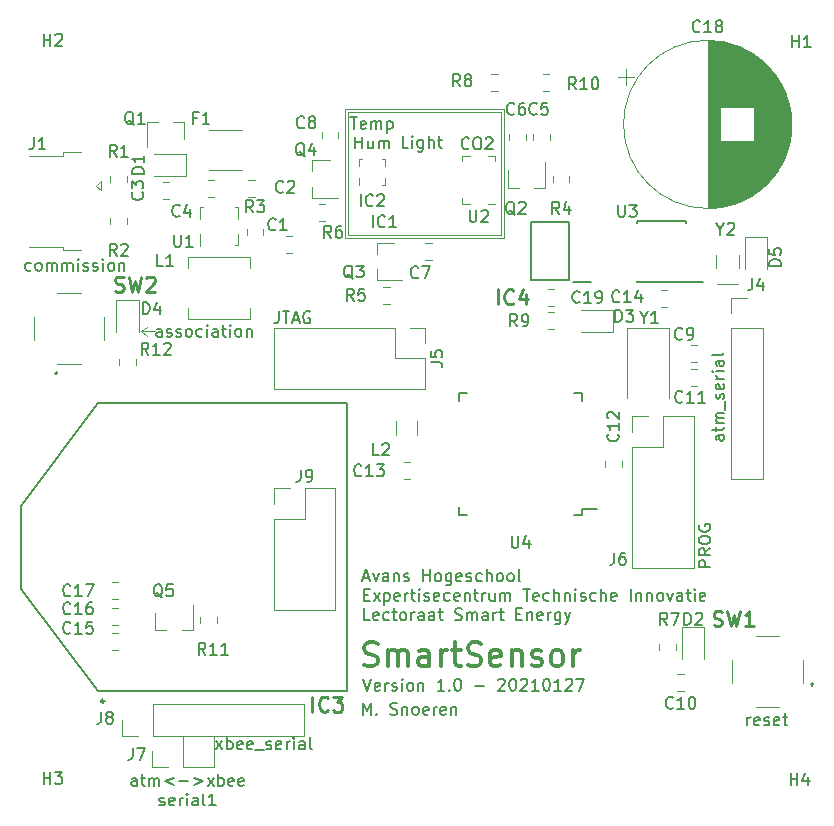
<source format=gto>
G04 #@! TF.GenerationSoftware,KiCad,Pcbnew,(5.1.0)-1*
G04 #@! TF.CreationDate,2021-01-27T12:23:48+01:00*
G04 #@! TF.ProjectId,SmartSensor,536d6172-7453-4656-9e73-6f722e6b6963,rev?*
G04 #@! TF.SameCoordinates,Original*
G04 #@! TF.FileFunction,Legend,Top*
G04 #@! TF.FilePolarity,Positive*
%FSLAX46Y46*%
G04 Gerber Fmt 4.6, Leading zero omitted, Abs format (unit mm)*
G04 Created by KiCad (PCBNEW (5.1.0)-1) date 2021-01-27 12:23:48*
%MOMM*%
%LPD*%
G04 APERTURE LIST*
%ADD10C,0.150000*%
%ADD11C,0.300000*%
%ADD12C,0.120000*%
%ADD13C,0.100000*%
%ADD14C,0.200000*%
%ADD15C,0.254000*%
G04 APERTURE END LIST*
D10*
X173363476Y-144407380D02*
X173363476Y-143883571D01*
X173315857Y-143788333D01*
X173220619Y-143740714D01*
X173030142Y-143740714D01*
X172934904Y-143788333D01*
X173363476Y-144359761D02*
X173268238Y-144407380D01*
X173030142Y-144407380D01*
X172934904Y-144359761D01*
X172887285Y-144264523D01*
X172887285Y-144169285D01*
X172934904Y-144074047D01*
X173030142Y-144026428D01*
X173268238Y-144026428D01*
X173363476Y-143978809D01*
X173696809Y-143740714D02*
X174077761Y-143740714D01*
X173839666Y-143407380D02*
X173839666Y-144264523D01*
X173887285Y-144359761D01*
X173982523Y-144407380D01*
X174077761Y-144407380D01*
X174411095Y-144407380D02*
X174411095Y-143740714D01*
X174411095Y-143835952D02*
X174458714Y-143788333D01*
X174553952Y-143740714D01*
X174696809Y-143740714D01*
X174792047Y-143788333D01*
X174839666Y-143883571D01*
X174839666Y-144407380D01*
X174839666Y-143883571D02*
X174887285Y-143788333D01*
X174982523Y-143740714D01*
X175125380Y-143740714D01*
X175220619Y-143788333D01*
X175268238Y-143883571D01*
X175268238Y-144407380D01*
X176506333Y-143740714D02*
X175744428Y-144026428D01*
X176506333Y-144312142D01*
X176982523Y-144026428D02*
X177744428Y-144026428D01*
X178220619Y-143740714D02*
X178982523Y-144026428D01*
X178220619Y-144312142D01*
X179363476Y-144407380D02*
X179887285Y-143740714D01*
X179363476Y-143740714D02*
X179887285Y-144407380D01*
X180268238Y-144407380D02*
X180268238Y-143407380D01*
X180268238Y-143788333D02*
X180363476Y-143740714D01*
X180553952Y-143740714D01*
X180649190Y-143788333D01*
X180696809Y-143835952D01*
X180744428Y-143931190D01*
X180744428Y-144216904D01*
X180696809Y-144312142D01*
X180649190Y-144359761D01*
X180553952Y-144407380D01*
X180363476Y-144407380D01*
X180268238Y-144359761D01*
X181553952Y-144359761D02*
X181458714Y-144407380D01*
X181268238Y-144407380D01*
X181173000Y-144359761D01*
X181125380Y-144264523D01*
X181125380Y-143883571D01*
X181173000Y-143788333D01*
X181268238Y-143740714D01*
X181458714Y-143740714D01*
X181553952Y-143788333D01*
X181601571Y-143883571D01*
X181601571Y-143978809D01*
X181125380Y-144074047D01*
X182411095Y-144359761D02*
X182315857Y-144407380D01*
X182125380Y-144407380D01*
X182030142Y-144359761D01*
X181982523Y-144264523D01*
X181982523Y-143883571D01*
X182030142Y-143788333D01*
X182125380Y-143740714D01*
X182315857Y-143740714D01*
X182411095Y-143788333D01*
X182458714Y-143883571D01*
X182458714Y-143978809D01*
X181982523Y-144074047D01*
X175292047Y-146009761D02*
X175387285Y-146057380D01*
X175577761Y-146057380D01*
X175673000Y-146009761D01*
X175720619Y-145914523D01*
X175720619Y-145866904D01*
X175673000Y-145771666D01*
X175577761Y-145724047D01*
X175434904Y-145724047D01*
X175339666Y-145676428D01*
X175292047Y-145581190D01*
X175292047Y-145533571D01*
X175339666Y-145438333D01*
X175434904Y-145390714D01*
X175577761Y-145390714D01*
X175673000Y-145438333D01*
X176530142Y-146009761D02*
X176434904Y-146057380D01*
X176244428Y-146057380D01*
X176149190Y-146009761D01*
X176101571Y-145914523D01*
X176101571Y-145533571D01*
X176149190Y-145438333D01*
X176244428Y-145390714D01*
X176434904Y-145390714D01*
X176530142Y-145438333D01*
X176577761Y-145533571D01*
X176577761Y-145628809D01*
X176101571Y-145724047D01*
X177006333Y-146057380D02*
X177006333Y-145390714D01*
X177006333Y-145581190D02*
X177053952Y-145485952D01*
X177101571Y-145438333D01*
X177196809Y-145390714D01*
X177292047Y-145390714D01*
X177625380Y-146057380D02*
X177625380Y-145390714D01*
X177625380Y-145057380D02*
X177577761Y-145105000D01*
X177625380Y-145152619D01*
X177673000Y-145105000D01*
X177625380Y-145057380D01*
X177625380Y-145152619D01*
X178530142Y-146057380D02*
X178530142Y-145533571D01*
X178482523Y-145438333D01*
X178387285Y-145390714D01*
X178196809Y-145390714D01*
X178101571Y-145438333D01*
X178530142Y-146009761D02*
X178434904Y-146057380D01*
X178196809Y-146057380D01*
X178101571Y-146009761D01*
X178053952Y-145914523D01*
X178053952Y-145819285D01*
X178101571Y-145724047D01*
X178196809Y-145676428D01*
X178434904Y-145676428D01*
X178530142Y-145628809D01*
X179149190Y-146057380D02*
X179053952Y-146009761D01*
X179006333Y-145914523D01*
X179006333Y-145057380D01*
X180053952Y-146057380D02*
X179482523Y-146057380D01*
X179768238Y-146057380D02*
X179768238Y-145057380D01*
X179673000Y-145200238D01*
X179577761Y-145295476D01*
X179482523Y-145343095D01*
X180102380Y-141295380D02*
X180626190Y-140628714D01*
X180102380Y-140628714D02*
X180626190Y-141295380D01*
X181007142Y-141295380D02*
X181007142Y-140295380D01*
X181007142Y-140676333D02*
X181102380Y-140628714D01*
X181292857Y-140628714D01*
X181388095Y-140676333D01*
X181435714Y-140723952D01*
X181483333Y-140819190D01*
X181483333Y-141104904D01*
X181435714Y-141200142D01*
X181388095Y-141247761D01*
X181292857Y-141295380D01*
X181102380Y-141295380D01*
X181007142Y-141247761D01*
X182292857Y-141247761D02*
X182197619Y-141295380D01*
X182007142Y-141295380D01*
X181911904Y-141247761D01*
X181864285Y-141152523D01*
X181864285Y-140771571D01*
X181911904Y-140676333D01*
X182007142Y-140628714D01*
X182197619Y-140628714D01*
X182292857Y-140676333D01*
X182340476Y-140771571D01*
X182340476Y-140866809D01*
X181864285Y-140962047D01*
X183150000Y-141247761D02*
X183054761Y-141295380D01*
X182864285Y-141295380D01*
X182769047Y-141247761D01*
X182721428Y-141152523D01*
X182721428Y-140771571D01*
X182769047Y-140676333D01*
X182864285Y-140628714D01*
X183054761Y-140628714D01*
X183150000Y-140676333D01*
X183197619Y-140771571D01*
X183197619Y-140866809D01*
X182721428Y-140962047D01*
X183388095Y-141390619D02*
X184150000Y-141390619D01*
X184340476Y-141247761D02*
X184435714Y-141295380D01*
X184626190Y-141295380D01*
X184721428Y-141247761D01*
X184769047Y-141152523D01*
X184769047Y-141104904D01*
X184721428Y-141009666D01*
X184626190Y-140962047D01*
X184483333Y-140962047D01*
X184388095Y-140914428D01*
X184340476Y-140819190D01*
X184340476Y-140771571D01*
X184388095Y-140676333D01*
X184483333Y-140628714D01*
X184626190Y-140628714D01*
X184721428Y-140676333D01*
X185578571Y-141247761D02*
X185483333Y-141295380D01*
X185292857Y-141295380D01*
X185197619Y-141247761D01*
X185150000Y-141152523D01*
X185150000Y-140771571D01*
X185197619Y-140676333D01*
X185292857Y-140628714D01*
X185483333Y-140628714D01*
X185578571Y-140676333D01*
X185626190Y-140771571D01*
X185626190Y-140866809D01*
X185150000Y-140962047D01*
X186054761Y-141295380D02*
X186054761Y-140628714D01*
X186054761Y-140819190D02*
X186102380Y-140723952D01*
X186150000Y-140676333D01*
X186245238Y-140628714D01*
X186340476Y-140628714D01*
X186673809Y-141295380D02*
X186673809Y-140628714D01*
X186673809Y-140295380D02*
X186626190Y-140343000D01*
X186673809Y-140390619D01*
X186721428Y-140343000D01*
X186673809Y-140295380D01*
X186673809Y-140390619D01*
X187578571Y-141295380D02*
X187578571Y-140771571D01*
X187530952Y-140676333D01*
X187435714Y-140628714D01*
X187245238Y-140628714D01*
X187150000Y-140676333D01*
X187578571Y-141247761D02*
X187483333Y-141295380D01*
X187245238Y-141295380D01*
X187150000Y-141247761D01*
X187102380Y-141152523D01*
X187102380Y-141057285D01*
X187150000Y-140962047D01*
X187245238Y-140914428D01*
X187483333Y-140914428D01*
X187578571Y-140866809D01*
X188197619Y-141295380D02*
X188102380Y-141247761D01*
X188054761Y-141152523D01*
X188054761Y-140295380D01*
X223083380Y-114720285D02*
X222559571Y-114720285D01*
X222464333Y-114767904D01*
X222416714Y-114863142D01*
X222416714Y-115053619D01*
X222464333Y-115148857D01*
X223035761Y-114720285D02*
X223083380Y-114815523D01*
X223083380Y-115053619D01*
X223035761Y-115148857D01*
X222940523Y-115196476D01*
X222845285Y-115196476D01*
X222750047Y-115148857D01*
X222702428Y-115053619D01*
X222702428Y-114815523D01*
X222654809Y-114720285D01*
X222416714Y-114386952D02*
X222416714Y-114006000D01*
X222083380Y-114244095D02*
X222940523Y-114244095D01*
X223035761Y-114196476D01*
X223083380Y-114101238D01*
X223083380Y-114006000D01*
X223083380Y-113672666D02*
X222416714Y-113672666D01*
X222511952Y-113672666D02*
X222464333Y-113625047D01*
X222416714Y-113529809D01*
X222416714Y-113386952D01*
X222464333Y-113291714D01*
X222559571Y-113244095D01*
X223083380Y-113244095D01*
X222559571Y-113244095D02*
X222464333Y-113196476D01*
X222416714Y-113101238D01*
X222416714Y-112958380D01*
X222464333Y-112863142D01*
X222559571Y-112815523D01*
X223083380Y-112815523D01*
X223178619Y-112577428D02*
X223178619Y-111815523D01*
X223035761Y-111625047D02*
X223083380Y-111529809D01*
X223083380Y-111339333D01*
X223035761Y-111244095D01*
X222940523Y-111196476D01*
X222892904Y-111196476D01*
X222797666Y-111244095D01*
X222750047Y-111339333D01*
X222750047Y-111482190D01*
X222702428Y-111577428D01*
X222607190Y-111625047D01*
X222559571Y-111625047D01*
X222464333Y-111577428D01*
X222416714Y-111482190D01*
X222416714Y-111339333D01*
X222464333Y-111244095D01*
X223035761Y-110386952D02*
X223083380Y-110482190D01*
X223083380Y-110672666D01*
X223035761Y-110767904D01*
X222940523Y-110815523D01*
X222559571Y-110815523D01*
X222464333Y-110767904D01*
X222416714Y-110672666D01*
X222416714Y-110482190D01*
X222464333Y-110386952D01*
X222559571Y-110339333D01*
X222654809Y-110339333D01*
X222750047Y-110815523D01*
X223083380Y-109910761D02*
X222416714Y-109910761D01*
X222607190Y-109910761D02*
X222511952Y-109863142D01*
X222464333Y-109815523D01*
X222416714Y-109720285D01*
X222416714Y-109625047D01*
X223083380Y-109291714D02*
X222416714Y-109291714D01*
X222083380Y-109291714D02*
X222131000Y-109339333D01*
X222178619Y-109291714D01*
X222131000Y-109244095D01*
X222083380Y-109291714D01*
X222178619Y-109291714D01*
X223083380Y-108386952D02*
X222559571Y-108386952D01*
X222464333Y-108434571D01*
X222416714Y-108529809D01*
X222416714Y-108720285D01*
X222464333Y-108815523D01*
X223035761Y-108386952D02*
X223083380Y-108482190D01*
X223083380Y-108720285D01*
X223035761Y-108815523D01*
X222940523Y-108863142D01*
X222845285Y-108863142D01*
X222750047Y-108815523D01*
X222702428Y-108720285D01*
X222702428Y-108482190D01*
X222654809Y-108386952D01*
X223083380Y-107767904D02*
X223035761Y-107863142D01*
X222940523Y-107910761D01*
X222083380Y-107910761D01*
X221940380Y-125864714D02*
X220940380Y-125864714D01*
X220940380Y-125483761D01*
X220988000Y-125388523D01*
X221035619Y-125340904D01*
X221130857Y-125293285D01*
X221273714Y-125293285D01*
X221368952Y-125340904D01*
X221416571Y-125388523D01*
X221464190Y-125483761D01*
X221464190Y-125864714D01*
X221940380Y-124293285D02*
X221464190Y-124626619D01*
X221940380Y-124864714D02*
X220940380Y-124864714D01*
X220940380Y-124483761D01*
X220988000Y-124388523D01*
X221035619Y-124340904D01*
X221130857Y-124293285D01*
X221273714Y-124293285D01*
X221368952Y-124340904D01*
X221416571Y-124388523D01*
X221464190Y-124483761D01*
X221464190Y-124864714D01*
X220940380Y-123674238D02*
X220940380Y-123483761D01*
X220988000Y-123388523D01*
X221083238Y-123293285D01*
X221273714Y-123245666D01*
X221607047Y-123245666D01*
X221797523Y-123293285D01*
X221892761Y-123388523D01*
X221940380Y-123483761D01*
X221940380Y-123674238D01*
X221892761Y-123769476D01*
X221797523Y-123864714D01*
X221607047Y-123912333D01*
X221273714Y-123912333D01*
X221083238Y-123864714D01*
X220988000Y-123769476D01*
X220940380Y-123674238D01*
X220988000Y-122293285D02*
X220940380Y-122388523D01*
X220940380Y-122531380D01*
X220988000Y-122674238D01*
X221083238Y-122769476D01*
X221178476Y-122817095D01*
X221368952Y-122864714D01*
X221511809Y-122864714D01*
X221702285Y-122817095D01*
X221797523Y-122769476D01*
X221892761Y-122674238D01*
X221940380Y-122531380D01*
X221940380Y-122436142D01*
X221892761Y-122293285D01*
X221845142Y-122245666D01*
X221511809Y-122245666D01*
X221511809Y-122436142D01*
X185396333Y-104227380D02*
X185396333Y-104941666D01*
X185348714Y-105084523D01*
X185253476Y-105179761D01*
X185110619Y-105227380D01*
X185015380Y-105227380D01*
X185729666Y-104227380D02*
X186301095Y-104227380D01*
X186015380Y-105227380D02*
X186015380Y-104227380D01*
X186586809Y-104941666D02*
X187063000Y-104941666D01*
X186491571Y-105227380D02*
X186824904Y-104227380D01*
X187158238Y-105227380D01*
X188015380Y-104275000D02*
X187920142Y-104227380D01*
X187777285Y-104227380D01*
X187634428Y-104275000D01*
X187539190Y-104370238D01*
X187491571Y-104465476D01*
X187443952Y-104655952D01*
X187443952Y-104798809D01*
X187491571Y-104989285D01*
X187539190Y-105084523D01*
X187634428Y-105179761D01*
X187777285Y-105227380D01*
X187872523Y-105227380D01*
X188015380Y-105179761D01*
X188063000Y-105132142D01*
X188063000Y-104798809D01*
X187872523Y-104798809D01*
X192516619Y-138374380D02*
X192516619Y-137374380D01*
X192849952Y-138088666D01*
X193183285Y-137374380D01*
X193183285Y-138374380D01*
X193659476Y-138279142D02*
X193707095Y-138326761D01*
X193659476Y-138374380D01*
X193611857Y-138326761D01*
X193659476Y-138279142D01*
X193659476Y-138374380D01*
X194849952Y-138326761D02*
X194992809Y-138374380D01*
X195230904Y-138374380D01*
X195326142Y-138326761D01*
X195373761Y-138279142D01*
X195421380Y-138183904D01*
X195421380Y-138088666D01*
X195373761Y-137993428D01*
X195326142Y-137945809D01*
X195230904Y-137898190D01*
X195040428Y-137850571D01*
X194945190Y-137802952D01*
X194897571Y-137755333D01*
X194849952Y-137660095D01*
X194849952Y-137564857D01*
X194897571Y-137469619D01*
X194945190Y-137422000D01*
X195040428Y-137374380D01*
X195278523Y-137374380D01*
X195421380Y-137422000D01*
X195849952Y-137707714D02*
X195849952Y-138374380D01*
X195849952Y-137802952D02*
X195897571Y-137755333D01*
X195992809Y-137707714D01*
X196135666Y-137707714D01*
X196230904Y-137755333D01*
X196278523Y-137850571D01*
X196278523Y-138374380D01*
X196897571Y-138374380D02*
X196802333Y-138326761D01*
X196754714Y-138279142D01*
X196707095Y-138183904D01*
X196707095Y-137898190D01*
X196754714Y-137802952D01*
X196802333Y-137755333D01*
X196897571Y-137707714D01*
X197040428Y-137707714D01*
X197135666Y-137755333D01*
X197183285Y-137802952D01*
X197230904Y-137898190D01*
X197230904Y-138183904D01*
X197183285Y-138279142D01*
X197135666Y-138326761D01*
X197040428Y-138374380D01*
X196897571Y-138374380D01*
X198040428Y-138326761D02*
X197945190Y-138374380D01*
X197754714Y-138374380D01*
X197659476Y-138326761D01*
X197611857Y-138231523D01*
X197611857Y-137850571D01*
X197659476Y-137755333D01*
X197754714Y-137707714D01*
X197945190Y-137707714D01*
X198040428Y-137755333D01*
X198088047Y-137850571D01*
X198088047Y-137945809D01*
X197611857Y-138041047D01*
X198516619Y-138374380D02*
X198516619Y-137707714D01*
X198516619Y-137898190D02*
X198564238Y-137802952D01*
X198611857Y-137755333D01*
X198707095Y-137707714D01*
X198802333Y-137707714D01*
X199516619Y-138326761D02*
X199421380Y-138374380D01*
X199230904Y-138374380D01*
X199135666Y-138326761D01*
X199088047Y-138231523D01*
X199088047Y-137850571D01*
X199135666Y-137755333D01*
X199230904Y-137707714D01*
X199421380Y-137707714D01*
X199516619Y-137755333D01*
X199564238Y-137850571D01*
X199564238Y-137945809D01*
X199088047Y-138041047D01*
X199992809Y-137707714D02*
X199992809Y-138374380D01*
X199992809Y-137802952D02*
X200040428Y-137755333D01*
X200135666Y-137707714D01*
X200278523Y-137707714D01*
X200373761Y-137755333D01*
X200421380Y-137850571D01*
X200421380Y-138374380D01*
X192549047Y-135342380D02*
X192882380Y-136342380D01*
X193215714Y-135342380D01*
X193930000Y-136294761D02*
X193834761Y-136342380D01*
X193644285Y-136342380D01*
X193549047Y-136294761D01*
X193501428Y-136199523D01*
X193501428Y-135818571D01*
X193549047Y-135723333D01*
X193644285Y-135675714D01*
X193834761Y-135675714D01*
X193930000Y-135723333D01*
X193977619Y-135818571D01*
X193977619Y-135913809D01*
X193501428Y-136009047D01*
X194406190Y-136342380D02*
X194406190Y-135675714D01*
X194406190Y-135866190D02*
X194453809Y-135770952D01*
X194501428Y-135723333D01*
X194596666Y-135675714D01*
X194691904Y-135675714D01*
X194977619Y-136294761D02*
X195072857Y-136342380D01*
X195263333Y-136342380D01*
X195358571Y-136294761D01*
X195406190Y-136199523D01*
X195406190Y-136151904D01*
X195358571Y-136056666D01*
X195263333Y-136009047D01*
X195120476Y-136009047D01*
X195025238Y-135961428D01*
X194977619Y-135866190D01*
X194977619Y-135818571D01*
X195025238Y-135723333D01*
X195120476Y-135675714D01*
X195263333Y-135675714D01*
X195358571Y-135723333D01*
X195834761Y-136342380D02*
X195834761Y-135675714D01*
X195834761Y-135342380D02*
X195787142Y-135390000D01*
X195834761Y-135437619D01*
X195882380Y-135390000D01*
X195834761Y-135342380D01*
X195834761Y-135437619D01*
X196453809Y-136342380D02*
X196358571Y-136294761D01*
X196310952Y-136247142D01*
X196263333Y-136151904D01*
X196263333Y-135866190D01*
X196310952Y-135770952D01*
X196358571Y-135723333D01*
X196453809Y-135675714D01*
X196596666Y-135675714D01*
X196691904Y-135723333D01*
X196739523Y-135770952D01*
X196787142Y-135866190D01*
X196787142Y-136151904D01*
X196739523Y-136247142D01*
X196691904Y-136294761D01*
X196596666Y-136342380D01*
X196453809Y-136342380D01*
X197215714Y-135675714D02*
X197215714Y-136342380D01*
X197215714Y-135770952D02*
X197263333Y-135723333D01*
X197358571Y-135675714D01*
X197501428Y-135675714D01*
X197596666Y-135723333D01*
X197644285Y-135818571D01*
X197644285Y-136342380D01*
X199406190Y-136342380D02*
X198834761Y-136342380D01*
X199120476Y-136342380D02*
X199120476Y-135342380D01*
X199025238Y-135485238D01*
X198930000Y-135580476D01*
X198834761Y-135628095D01*
X199834761Y-136247142D02*
X199882380Y-136294761D01*
X199834761Y-136342380D01*
X199787142Y-136294761D01*
X199834761Y-136247142D01*
X199834761Y-136342380D01*
X200501428Y-135342380D02*
X200596666Y-135342380D01*
X200691904Y-135390000D01*
X200739523Y-135437619D01*
X200787142Y-135532857D01*
X200834761Y-135723333D01*
X200834761Y-135961428D01*
X200787142Y-136151904D01*
X200739523Y-136247142D01*
X200691904Y-136294761D01*
X200596666Y-136342380D01*
X200501428Y-136342380D01*
X200406190Y-136294761D01*
X200358571Y-136247142D01*
X200310952Y-136151904D01*
X200263333Y-135961428D01*
X200263333Y-135723333D01*
X200310952Y-135532857D01*
X200358571Y-135437619D01*
X200406190Y-135390000D01*
X200501428Y-135342380D01*
X202025238Y-135961428D02*
X202787142Y-135961428D01*
X203977619Y-135437619D02*
X204025238Y-135390000D01*
X204120476Y-135342380D01*
X204358571Y-135342380D01*
X204453809Y-135390000D01*
X204501428Y-135437619D01*
X204549047Y-135532857D01*
X204549047Y-135628095D01*
X204501428Y-135770952D01*
X203930000Y-136342380D01*
X204549047Y-136342380D01*
X205168095Y-135342380D02*
X205263333Y-135342380D01*
X205358571Y-135390000D01*
X205406190Y-135437619D01*
X205453809Y-135532857D01*
X205501428Y-135723333D01*
X205501428Y-135961428D01*
X205453809Y-136151904D01*
X205406190Y-136247142D01*
X205358571Y-136294761D01*
X205263333Y-136342380D01*
X205168095Y-136342380D01*
X205072857Y-136294761D01*
X205025238Y-136247142D01*
X204977619Y-136151904D01*
X204930000Y-135961428D01*
X204930000Y-135723333D01*
X204977619Y-135532857D01*
X205025238Y-135437619D01*
X205072857Y-135390000D01*
X205168095Y-135342380D01*
X205882380Y-135437619D02*
X205930000Y-135390000D01*
X206025238Y-135342380D01*
X206263333Y-135342380D01*
X206358571Y-135390000D01*
X206406190Y-135437619D01*
X206453809Y-135532857D01*
X206453809Y-135628095D01*
X206406190Y-135770952D01*
X205834761Y-136342380D01*
X206453809Y-136342380D01*
X207406190Y-136342380D02*
X206834761Y-136342380D01*
X207120476Y-136342380D02*
X207120476Y-135342380D01*
X207025238Y-135485238D01*
X206930000Y-135580476D01*
X206834761Y-135628095D01*
X208025238Y-135342380D02*
X208120476Y-135342380D01*
X208215714Y-135390000D01*
X208263333Y-135437619D01*
X208310952Y-135532857D01*
X208358571Y-135723333D01*
X208358571Y-135961428D01*
X208310952Y-136151904D01*
X208263333Y-136247142D01*
X208215714Y-136294761D01*
X208120476Y-136342380D01*
X208025238Y-136342380D01*
X207930000Y-136294761D01*
X207882380Y-136247142D01*
X207834761Y-136151904D01*
X207787142Y-135961428D01*
X207787142Y-135723333D01*
X207834761Y-135532857D01*
X207882380Y-135437619D01*
X207930000Y-135390000D01*
X208025238Y-135342380D01*
X209310952Y-136342380D02*
X208739523Y-136342380D01*
X209025238Y-136342380D02*
X209025238Y-135342380D01*
X208930000Y-135485238D01*
X208834761Y-135580476D01*
X208739523Y-135628095D01*
X209691904Y-135437619D02*
X209739523Y-135390000D01*
X209834761Y-135342380D01*
X210072857Y-135342380D01*
X210168095Y-135390000D01*
X210215714Y-135437619D01*
X210263333Y-135532857D01*
X210263333Y-135628095D01*
X210215714Y-135770952D01*
X209644285Y-136342380D01*
X210263333Y-136342380D01*
X210596666Y-135342380D02*
X211263333Y-135342380D01*
X210834761Y-136342380D01*
D11*
X192628380Y-134159523D02*
X192914095Y-134254761D01*
X193390285Y-134254761D01*
X193580761Y-134159523D01*
X193676000Y-134064285D01*
X193771238Y-133873809D01*
X193771238Y-133683333D01*
X193676000Y-133492857D01*
X193580761Y-133397619D01*
X193390285Y-133302380D01*
X193009333Y-133207142D01*
X192818857Y-133111904D01*
X192723619Y-133016666D01*
X192628380Y-132826190D01*
X192628380Y-132635714D01*
X192723619Y-132445238D01*
X192818857Y-132350000D01*
X193009333Y-132254761D01*
X193485523Y-132254761D01*
X193771238Y-132350000D01*
X194628380Y-134254761D02*
X194628380Y-132921428D01*
X194628380Y-133111904D02*
X194723619Y-133016666D01*
X194914095Y-132921428D01*
X195199809Y-132921428D01*
X195390285Y-133016666D01*
X195485523Y-133207142D01*
X195485523Y-134254761D01*
X195485523Y-133207142D02*
X195580761Y-133016666D01*
X195771238Y-132921428D01*
X196056952Y-132921428D01*
X196247428Y-133016666D01*
X196342666Y-133207142D01*
X196342666Y-134254761D01*
X198152190Y-134254761D02*
X198152190Y-133207142D01*
X198056952Y-133016666D01*
X197866476Y-132921428D01*
X197485523Y-132921428D01*
X197295047Y-133016666D01*
X198152190Y-134159523D02*
X197961714Y-134254761D01*
X197485523Y-134254761D01*
X197295047Y-134159523D01*
X197199809Y-133969047D01*
X197199809Y-133778571D01*
X197295047Y-133588095D01*
X197485523Y-133492857D01*
X197961714Y-133492857D01*
X198152190Y-133397619D01*
X199104571Y-134254761D02*
X199104571Y-132921428D01*
X199104571Y-133302380D02*
X199199809Y-133111904D01*
X199295047Y-133016666D01*
X199485523Y-132921428D01*
X199676000Y-132921428D01*
X200056952Y-132921428D02*
X200818857Y-132921428D01*
X200342666Y-132254761D02*
X200342666Y-133969047D01*
X200437904Y-134159523D01*
X200628380Y-134254761D01*
X200818857Y-134254761D01*
X201390285Y-134159523D02*
X201676000Y-134254761D01*
X202152190Y-134254761D01*
X202342666Y-134159523D01*
X202437904Y-134064285D01*
X202533142Y-133873809D01*
X202533142Y-133683333D01*
X202437904Y-133492857D01*
X202342666Y-133397619D01*
X202152190Y-133302380D01*
X201771238Y-133207142D01*
X201580761Y-133111904D01*
X201485523Y-133016666D01*
X201390285Y-132826190D01*
X201390285Y-132635714D01*
X201485523Y-132445238D01*
X201580761Y-132350000D01*
X201771238Y-132254761D01*
X202247428Y-132254761D01*
X202533142Y-132350000D01*
X204152190Y-134159523D02*
X203961714Y-134254761D01*
X203580761Y-134254761D01*
X203390285Y-134159523D01*
X203295047Y-133969047D01*
X203295047Y-133207142D01*
X203390285Y-133016666D01*
X203580761Y-132921428D01*
X203961714Y-132921428D01*
X204152190Y-133016666D01*
X204247428Y-133207142D01*
X204247428Y-133397619D01*
X203295047Y-133588095D01*
X205104571Y-132921428D02*
X205104571Y-134254761D01*
X205104571Y-133111904D02*
X205199809Y-133016666D01*
X205390285Y-132921428D01*
X205676000Y-132921428D01*
X205866476Y-133016666D01*
X205961714Y-133207142D01*
X205961714Y-134254761D01*
X206818857Y-134159523D02*
X207009333Y-134254761D01*
X207390285Y-134254761D01*
X207580761Y-134159523D01*
X207676000Y-133969047D01*
X207676000Y-133873809D01*
X207580761Y-133683333D01*
X207390285Y-133588095D01*
X207104571Y-133588095D01*
X206914095Y-133492857D01*
X206818857Y-133302380D01*
X206818857Y-133207142D01*
X206914095Y-133016666D01*
X207104571Y-132921428D01*
X207390285Y-132921428D01*
X207580761Y-133016666D01*
X208818857Y-134254761D02*
X208628380Y-134159523D01*
X208533142Y-134064285D01*
X208437904Y-133873809D01*
X208437904Y-133302380D01*
X208533142Y-133111904D01*
X208628380Y-133016666D01*
X208818857Y-132921428D01*
X209104571Y-132921428D01*
X209295047Y-133016666D01*
X209390285Y-133111904D01*
X209485523Y-133302380D01*
X209485523Y-133873809D01*
X209390285Y-134064285D01*
X209295047Y-134159523D01*
X209104571Y-134254761D01*
X208818857Y-134254761D01*
X210342666Y-134254761D02*
X210342666Y-132921428D01*
X210342666Y-133302380D02*
X210437904Y-133111904D01*
X210533142Y-133016666D01*
X210723619Y-132921428D01*
X210914095Y-132921428D01*
D10*
X192565976Y-126786666D02*
X193042166Y-126786666D01*
X192470738Y-127072380D02*
X192804071Y-126072380D01*
X193137404Y-127072380D01*
X193375500Y-126405714D02*
X193613595Y-127072380D01*
X193851690Y-126405714D01*
X194661214Y-127072380D02*
X194661214Y-126548571D01*
X194613595Y-126453333D01*
X194518357Y-126405714D01*
X194327880Y-126405714D01*
X194232642Y-126453333D01*
X194661214Y-127024761D02*
X194565976Y-127072380D01*
X194327880Y-127072380D01*
X194232642Y-127024761D01*
X194185023Y-126929523D01*
X194185023Y-126834285D01*
X194232642Y-126739047D01*
X194327880Y-126691428D01*
X194565976Y-126691428D01*
X194661214Y-126643809D01*
X195137404Y-126405714D02*
X195137404Y-127072380D01*
X195137404Y-126500952D02*
X195185023Y-126453333D01*
X195280261Y-126405714D01*
X195423119Y-126405714D01*
X195518357Y-126453333D01*
X195565976Y-126548571D01*
X195565976Y-127072380D01*
X195994547Y-127024761D02*
X196089785Y-127072380D01*
X196280261Y-127072380D01*
X196375500Y-127024761D01*
X196423119Y-126929523D01*
X196423119Y-126881904D01*
X196375500Y-126786666D01*
X196280261Y-126739047D01*
X196137404Y-126739047D01*
X196042166Y-126691428D01*
X195994547Y-126596190D01*
X195994547Y-126548571D01*
X196042166Y-126453333D01*
X196137404Y-126405714D01*
X196280261Y-126405714D01*
X196375500Y-126453333D01*
X197613595Y-127072380D02*
X197613595Y-126072380D01*
X197613595Y-126548571D02*
X198185023Y-126548571D01*
X198185023Y-127072380D02*
X198185023Y-126072380D01*
X198804071Y-127072380D02*
X198708833Y-127024761D01*
X198661214Y-126977142D01*
X198613595Y-126881904D01*
X198613595Y-126596190D01*
X198661214Y-126500952D01*
X198708833Y-126453333D01*
X198804071Y-126405714D01*
X198946928Y-126405714D01*
X199042166Y-126453333D01*
X199089785Y-126500952D01*
X199137404Y-126596190D01*
X199137404Y-126881904D01*
X199089785Y-126977142D01*
X199042166Y-127024761D01*
X198946928Y-127072380D01*
X198804071Y-127072380D01*
X199994547Y-126405714D02*
X199994547Y-127215238D01*
X199946928Y-127310476D01*
X199899309Y-127358095D01*
X199804071Y-127405714D01*
X199661214Y-127405714D01*
X199565976Y-127358095D01*
X199994547Y-127024761D02*
X199899309Y-127072380D01*
X199708833Y-127072380D01*
X199613595Y-127024761D01*
X199565976Y-126977142D01*
X199518357Y-126881904D01*
X199518357Y-126596190D01*
X199565976Y-126500952D01*
X199613595Y-126453333D01*
X199708833Y-126405714D01*
X199899309Y-126405714D01*
X199994547Y-126453333D01*
X200851690Y-127024761D02*
X200756452Y-127072380D01*
X200565976Y-127072380D01*
X200470738Y-127024761D01*
X200423119Y-126929523D01*
X200423119Y-126548571D01*
X200470738Y-126453333D01*
X200565976Y-126405714D01*
X200756452Y-126405714D01*
X200851690Y-126453333D01*
X200899309Y-126548571D01*
X200899309Y-126643809D01*
X200423119Y-126739047D01*
X201280261Y-127024761D02*
X201375500Y-127072380D01*
X201565976Y-127072380D01*
X201661214Y-127024761D01*
X201708833Y-126929523D01*
X201708833Y-126881904D01*
X201661214Y-126786666D01*
X201565976Y-126739047D01*
X201423119Y-126739047D01*
X201327880Y-126691428D01*
X201280261Y-126596190D01*
X201280261Y-126548571D01*
X201327880Y-126453333D01*
X201423119Y-126405714D01*
X201565976Y-126405714D01*
X201661214Y-126453333D01*
X202565976Y-127024761D02*
X202470738Y-127072380D01*
X202280261Y-127072380D01*
X202185023Y-127024761D01*
X202137404Y-126977142D01*
X202089785Y-126881904D01*
X202089785Y-126596190D01*
X202137404Y-126500952D01*
X202185023Y-126453333D01*
X202280261Y-126405714D01*
X202470738Y-126405714D01*
X202565976Y-126453333D01*
X202994547Y-127072380D02*
X202994547Y-126072380D01*
X203423119Y-127072380D02*
X203423119Y-126548571D01*
X203375500Y-126453333D01*
X203280261Y-126405714D01*
X203137404Y-126405714D01*
X203042166Y-126453333D01*
X202994547Y-126500952D01*
X204042166Y-127072380D02*
X203946928Y-127024761D01*
X203899309Y-126977142D01*
X203851690Y-126881904D01*
X203851690Y-126596190D01*
X203899309Y-126500952D01*
X203946928Y-126453333D01*
X204042166Y-126405714D01*
X204185023Y-126405714D01*
X204280261Y-126453333D01*
X204327880Y-126500952D01*
X204375500Y-126596190D01*
X204375500Y-126881904D01*
X204327880Y-126977142D01*
X204280261Y-127024761D01*
X204185023Y-127072380D01*
X204042166Y-127072380D01*
X204946928Y-127072380D02*
X204851690Y-127024761D01*
X204804071Y-126977142D01*
X204756452Y-126881904D01*
X204756452Y-126596190D01*
X204804071Y-126500952D01*
X204851690Y-126453333D01*
X204946928Y-126405714D01*
X205089785Y-126405714D01*
X205185023Y-126453333D01*
X205232642Y-126500952D01*
X205280261Y-126596190D01*
X205280261Y-126881904D01*
X205232642Y-126977142D01*
X205185023Y-127024761D01*
X205089785Y-127072380D01*
X204946928Y-127072380D01*
X205851690Y-127072380D02*
X205756452Y-127024761D01*
X205708833Y-126929523D01*
X205708833Y-126072380D01*
X192613595Y-128198571D02*
X192946928Y-128198571D01*
X193089785Y-128722380D02*
X192613595Y-128722380D01*
X192613595Y-127722380D01*
X193089785Y-127722380D01*
X193423119Y-128722380D02*
X193946928Y-128055714D01*
X193423119Y-128055714D02*
X193946928Y-128722380D01*
X194327880Y-128055714D02*
X194327880Y-129055714D01*
X194327880Y-128103333D02*
X194423119Y-128055714D01*
X194613595Y-128055714D01*
X194708833Y-128103333D01*
X194756452Y-128150952D01*
X194804071Y-128246190D01*
X194804071Y-128531904D01*
X194756452Y-128627142D01*
X194708833Y-128674761D01*
X194613595Y-128722380D01*
X194423119Y-128722380D01*
X194327880Y-128674761D01*
X195613595Y-128674761D02*
X195518357Y-128722380D01*
X195327880Y-128722380D01*
X195232642Y-128674761D01*
X195185023Y-128579523D01*
X195185023Y-128198571D01*
X195232642Y-128103333D01*
X195327880Y-128055714D01*
X195518357Y-128055714D01*
X195613595Y-128103333D01*
X195661214Y-128198571D01*
X195661214Y-128293809D01*
X195185023Y-128389047D01*
X196089785Y-128722380D02*
X196089785Y-128055714D01*
X196089785Y-128246190D02*
X196137404Y-128150952D01*
X196185023Y-128103333D01*
X196280261Y-128055714D01*
X196375500Y-128055714D01*
X196565976Y-128055714D02*
X196946928Y-128055714D01*
X196708833Y-127722380D02*
X196708833Y-128579523D01*
X196756452Y-128674761D01*
X196851690Y-128722380D01*
X196946928Y-128722380D01*
X197280261Y-128722380D02*
X197280261Y-128055714D01*
X197280261Y-127722380D02*
X197232642Y-127770000D01*
X197280261Y-127817619D01*
X197327880Y-127770000D01*
X197280261Y-127722380D01*
X197280261Y-127817619D01*
X197708833Y-128674761D02*
X197804071Y-128722380D01*
X197994547Y-128722380D01*
X198089785Y-128674761D01*
X198137404Y-128579523D01*
X198137404Y-128531904D01*
X198089785Y-128436666D01*
X197994547Y-128389047D01*
X197851690Y-128389047D01*
X197756452Y-128341428D01*
X197708833Y-128246190D01*
X197708833Y-128198571D01*
X197756452Y-128103333D01*
X197851690Y-128055714D01*
X197994547Y-128055714D01*
X198089785Y-128103333D01*
X198946928Y-128674761D02*
X198851690Y-128722380D01*
X198661214Y-128722380D01*
X198565976Y-128674761D01*
X198518357Y-128579523D01*
X198518357Y-128198571D01*
X198565976Y-128103333D01*
X198661214Y-128055714D01*
X198851690Y-128055714D01*
X198946928Y-128103333D01*
X198994547Y-128198571D01*
X198994547Y-128293809D01*
X198518357Y-128389047D01*
X199851690Y-128674761D02*
X199756452Y-128722380D01*
X199565976Y-128722380D01*
X199470738Y-128674761D01*
X199423119Y-128627142D01*
X199375500Y-128531904D01*
X199375500Y-128246190D01*
X199423119Y-128150952D01*
X199470738Y-128103333D01*
X199565976Y-128055714D01*
X199756452Y-128055714D01*
X199851690Y-128103333D01*
X200661214Y-128674761D02*
X200565976Y-128722380D01*
X200375500Y-128722380D01*
X200280261Y-128674761D01*
X200232642Y-128579523D01*
X200232642Y-128198571D01*
X200280261Y-128103333D01*
X200375500Y-128055714D01*
X200565976Y-128055714D01*
X200661214Y-128103333D01*
X200708833Y-128198571D01*
X200708833Y-128293809D01*
X200232642Y-128389047D01*
X201137404Y-128055714D02*
X201137404Y-128722380D01*
X201137404Y-128150952D02*
X201185023Y-128103333D01*
X201280261Y-128055714D01*
X201423119Y-128055714D01*
X201518357Y-128103333D01*
X201565976Y-128198571D01*
X201565976Y-128722380D01*
X201899309Y-128055714D02*
X202280261Y-128055714D01*
X202042166Y-127722380D02*
X202042166Y-128579523D01*
X202089785Y-128674761D01*
X202185023Y-128722380D01*
X202280261Y-128722380D01*
X202613595Y-128722380D02*
X202613595Y-128055714D01*
X202613595Y-128246190D02*
X202661214Y-128150952D01*
X202708833Y-128103333D01*
X202804071Y-128055714D01*
X202899309Y-128055714D01*
X203661214Y-128055714D02*
X203661214Y-128722380D01*
X203232642Y-128055714D02*
X203232642Y-128579523D01*
X203280261Y-128674761D01*
X203375500Y-128722380D01*
X203518357Y-128722380D01*
X203613595Y-128674761D01*
X203661214Y-128627142D01*
X204137404Y-128722380D02*
X204137404Y-128055714D01*
X204137404Y-128150952D02*
X204185023Y-128103333D01*
X204280261Y-128055714D01*
X204423119Y-128055714D01*
X204518357Y-128103333D01*
X204565976Y-128198571D01*
X204565976Y-128722380D01*
X204565976Y-128198571D02*
X204613595Y-128103333D01*
X204708833Y-128055714D01*
X204851690Y-128055714D01*
X204946928Y-128103333D01*
X204994547Y-128198571D01*
X204994547Y-128722380D01*
X206089785Y-127722380D02*
X206661214Y-127722380D01*
X206375500Y-128722380D02*
X206375500Y-127722380D01*
X207375500Y-128674761D02*
X207280261Y-128722380D01*
X207089785Y-128722380D01*
X206994547Y-128674761D01*
X206946928Y-128579523D01*
X206946928Y-128198571D01*
X206994547Y-128103333D01*
X207089785Y-128055714D01*
X207280261Y-128055714D01*
X207375500Y-128103333D01*
X207423119Y-128198571D01*
X207423119Y-128293809D01*
X206946928Y-128389047D01*
X208280261Y-128674761D02*
X208185023Y-128722380D01*
X207994547Y-128722380D01*
X207899309Y-128674761D01*
X207851690Y-128627142D01*
X207804071Y-128531904D01*
X207804071Y-128246190D01*
X207851690Y-128150952D01*
X207899309Y-128103333D01*
X207994547Y-128055714D01*
X208185023Y-128055714D01*
X208280261Y-128103333D01*
X208708833Y-128722380D02*
X208708833Y-127722380D01*
X209137404Y-128722380D02*
X209137404Y-128198571D01*
X209089785Y-128103333D01*
X208994547Y-128055714D01*
X208851690Y-128055714D01*
X208756452Y-128103333D01*
X208708833Y-128150952D01*
X209613595Y-128055714D02*
X209613595Y-128722380D01*
X209613595Y-128150952D02*
X209661214Y-128103333D01*
X209756452Y-128055714D01*
X209899309Y-128055714D01*
X209994547Y-128103333D01*
X210042166Y-128198571D01*
X210042166Y-128722380D01*
X210518357Y-128722380D02*
X210518357Y-128055714D01*
X210518357Y-127722380D02*
X210470738Y-127770000D01*
X210518357Y-127817619D01*
X210565976Y-127770000D01*
X210518357Y-127722380D01*
X210518357Y-127817619D01*
X210946928Y-128674761D02*
X211042166Y-128722380D01*
X211232642Y-128722380D01*
X211327880Y-128674761D01*
X211375500Y-128579523D01*
X211375500Y-128531904D01*
X211327880Y-128436666D01*
X211232642Y-128389047D01*
X211089785Y-128389047D01*
X210994547Y-128341428D01*
X210946928Y-128246190D01*
X210946928Y-128198571D01*
X210994547Y-128103333D01*
X211089785Y-128055714D01*
X211232642Y-128055714D01*
X211327880Y-128103333D01*
X212232642Y-128674761D02*
X212137404Y-128722380D01*
X211946928Y-128722380D01*
X211851690Y-128674761D01*
X211804071Y-128627142D01*
X211756452Y-128531904D01*
X211756452Y-128246190D01*
X211804071Y-128150952D01*
X211851690Y-128103333D01*
X211946928Y-128055714D01*
X212137404Y-128055714D01*
X212232642Y-128103333D01*
X212661214Y-128722380D02*
X212661214Y-127722380D01*
X213089785Y-128722380D02*
X213089785Y-128198571D01*
X213042166Y-128103333D01*
X212946928Y-128055714D01*
X212804071Y-128055714D01*
X212708833Y-128103333D01*
X212661214Y-128150952D01*
X213946928Y-128674761D02*
X213851690Y-128722380D01*
X213661214Y-128722380D01*
X213565976Y-128674761D01*
X213518357Y-128579523D01*
X213518357Y-128198571D01*
X213565976Y-128103333D01*
X213661214Y-128055714D01*
X213851690Y-128055714D01*
X213946928Y-128103333D01*
X213994547Y-128198571D01*
X213994547Y-128293809D01*
X213518357Y-128389047D01*
X215185023Y-128722380D02*
X215185023Y-127722380D01*
X215661214Y-128055714D02*
X215661214Y-128722380D01*
X215661214Y-128150952D02*
X215708833Y-128103333D01*
X215804071Y-128055714D01*
X215946928Y-128055714D01*
X216042166Y-128103333D01*
X216089785Y-128198571D01*
X216089785Y-128722380D01*
X216565976Y-128055714D02*
X216565976Y-128722380D01*
X216565976Y-128150952D02*
X216613595Y-128103333D01*
X216708833Y-128055714D01*
X216851690Y-128055714D01*
X216946928Y-128103333D01*
X216994547Y-128198571D01*
X216994547Y-128722380D01*
X217613595Y-128722380D02*
X217518357Y-128674761D01*
X217470738Y-128627142D01*
X217423119Y-128531904D01*
X217423119Y-128246190D01*
X217470738Y-128150952D01*
X217518357Y-128103333D01*
X217613595Y-128055714D01*
X217756452Y-128055714D01*
X217851690Y-128103333D01*
X217899309Y-128150952D01*
X217946928Y-128246190D01*
X217946928Y-128531904D01*
X217899309Y-128627142D01*
X217851690Y-128674761D01*
X217756452Y-128722380D01*
X217613595Y-128722380D01*
X218280261Y-128055714D02*
X218518357Y-128722380D01*
X218756452Y-128055714D01*
X219565976Y-128722380D02*
X219565976Y-128198571D01*
X219518357Y-128103333D01*
X219423119Y-128055714D01*
X219232642Y-128055714D01*
X219137404Y-128103333D01*
X219565976Y-128674761D02*
X219470738Y-128722380D01*
X219232642Y-128722380D01*
X219137404Y-128674761D01*
X219089785Y-128579523D01*
X219089785Y-128484285D01*
X219137404Y-128389047D01*
X219232642Y-128341428D01*
X219470738Y-128341428D01*
X219565976Y-128293809D01*
X219899309Y-128055714D02*
X220280261Y-128055714D01*
X220042166Y-127722380D02*
X220042166Y-128579523D01*
X220089785Y-128674761D01*
X220185023Y-128722380D01*
X220280261Y-128722380D01*
X220613595Y-128722380D02*
X220613595Y-128055714D01*
X220613595Y-127722380D02*
X220565976Y-127770000D01*
X220613595Y-127817619D01*
X220661214Y-127770000D01*
X220613595Y-127722380D01*
X220613595Y-127817619D01*
X221470738Y-128674761D02*
X221375500Y-128722380D01*
X221185023Y-128722380D01*
X221089785Y-128674761D01*
X221042166Y-128579523D01*
X221042166Y-128198571D01*
X221089785Y-128103333D01*
X221185023Y-128055714D01*
X221375500Y-128055714D01*
X221470738Y-128103333D01*
X221518357Y-128198571D01*
X221518357Y-128293809D01*
X221042166Y-128389047D01*
X193089785Y-130372380D02*
X192613595Y-130372380D01*
X192613595Y-129372380D01*
X193804071Y-130324761D02*
X193708833Y-130372380D01*
X193518357Y-130372380D01*
X193423119Y-130324761D01*
X193375500Y-130229523D01*
X193375500Y-129848571D01*
X193423119Y-129753333D01*
X193518357Y-129705714D01*
X193708833Y-129705714D01*
X193804071Y-129753333D01*
X193851690Y-129848571D01*
X193851690Y-129943809D01*
X193375500Y-130039047D01*
X194708833Y-130324761D02*
X194613595Y-130372380D01*
X194423119Y-130372380D01*
X194327880Y-130324761D01*
X194280261Y-130277142D01*
X194232642Y-130181904D01*
X194232642Y-129896190D01*
X194280261Y-129800952D01*
X194327880Y-129753333D01*
X194423119Y-129705714D01*
X194613595Y-129705714D01*
X194708833Y-129753333D01*
X194994547Y-129705714D02*
X195375500Y-129705714D01*
X195137404Y-129372380D02*
X195137404Y-130229523D01*
X195185023Y-130324761D01*
X195280261Y-130372380D01*
X195375500Y-130372380D01*
X195851690Y-130372380D02*
X195756452Y-130324761D01*
X195708833Y-130277142D01*
X195661214Y-130181904D01*
X195661214Y-129896190D01*
X195708833Y-129800952D01*
X195756452Y-129753333D01*
X195851690Y-129705714D01*
X195994547Y-129705714D01*
X196089785Y-129753333D01*
X196137404Y-129800952D01*
X196185023Y-129896190D01*
X196185023Y-130181904D01*
X196137404Y-130277142D01*
X196089785Y-130324761D01*
X195994547Y-130372380D01*
X195851690Y-130372380D01*
X196613595Y-130372380D02*
X196613595Y-129705714D01*
X196613595Y-129896190D02*
X196661214Y-129800952D01*
X196708833Y-129753333D01*
X196804071Y-129705714D01*
X196899309Y-129705714D01*
X197661214Y-130372380D02*
X197661214Y-129848571D01*
X197613595Y-129753333D01*
X197518357Y-129705714D01*
X197327880Y-129705714D01*
X197232642Y-129753333D01*
X197661214Y-130324761D02*
X197565976Y-130372380D01*
X197327880Y-130372380D01*
X197232642Y-130324761D01*
X197185023Y-130229523D01*
X197185023Y-130134285D01*
X197232642Y-130039047D01*
X197327880Y-129991428D01*
X197565976Y-129991428D01*
X197661214Y-129943809D01*
X198565976Y-130372380D02*
X198565976Y-129848571D01*
X198518357Y-129753333D01*
X198423119Y-129705714D01*
X198232642Y-129705714D01*
X198137404Y-129753333D01*
X198565976Y-130324761D02*
X198470738Y-130372380D01*
X198232642Y-130372380D01*
X198137404Y-130324761D01*
X198089785Y-130229523D01*
X198089785Y-130134285D01*
X198137404Y-130039047D01*
X198232642Y-129991428D01*
X198470738Y-129991428D01*
X198565976Y-129943809D01*
X198899309Y-129705714D02*
X199280261Y-129705714D01*
X199042166Y-129372380D02*
X199042166Y-130229523D01*
X199089785Y-130324761D01*
X199185023Y-130372380D01*
X199280261Y-130372380D01*
X200327880Y-130324761D02*
X200470738Y-130372380D01*
X200708833Y-130372380D01*
X200804071Y-130324761D01*
X200851690Y-130277142D01*
X200899309Y-130181904D01*
X200899309Y-130086666D01*
X200851690Y-129991428D01*
X200804071Y-129943809D01*
X200708833Y-129896190D01*
X200518357Y-129848571D01*
X200423119Y-129800952D01*
X200375500Y-129753333D01*
X200327880Y-129658095D01*
X200327880Y-129562857D01*
X200375500Y-129467619D01*
X200423119Y-129420000D01*
X200518357Y-129372380D01*
X200756452Y-129372380D01*
X200899309Y-129420000D01*
X201327880Y-130372380D02*
X201327880Y-129705714D01*
X201327880Y-129800952D02*
X201375500Y-129753333D01*
X201470738Y-129705714D01*
X201613595Y-129705714D01*
X201708833Y-129753333D01*
X201756452Y-129848571D01*
X201756452Y-130372380D01*
X201756452Y-129848571D02*
X201804071Y-129753333D01*
X201899309Y-129705714D01*
X202042166Y-129705714D01*
X202137404Y-129753333D01*
X202185023Y-129848571D01*
X202185023Y-130372380D01*
X203089785Y-130372380D02*
X203089785Y-129848571D01*
X203042166Y-129753333D01*
X202946928Y-129705714D01*
X202756452Y-129705714D01*
X202661214Y-129753333D01*
X203089785Y-130324761D02*
X202994547Y-130372380D01*
X202756452Y-130372380D01*
X202661214Y-130324761D01*
X202613595Y-130229523D01*
X202613595Y-130134285D01*
X202661214Y-130039047D01*
X202756452Y-129991428D01*
X202994547Y-129991428D01*
X203089785Y-129943809D01*
X203565976Y-130372380D02*
X203565976Y-129705714D01*
X203565976Y-129896190D02*
X203613595Y-129800952D01*
X203661214Y-129753333D01*
X203756452Y-129705714D01*
X203851690Y-129705714D01*
X204042166Y-129705714D02*
X204423119Y-129705714D01*
X204185023Y-129372380D02*
X204185023Y-130229523D01*
X204232642Y-130324761D01*
X204327880Y-130372380D01*
X204423119Y-130372380D01*
X205518357Y-129848571D02*
X205851690Y-129848571D01*
X205994547Y-130372380D02*
X205518357Y-130372380D01*
X205518357Y-129372380D01*
X205994547Y-129372380D01*
X206423119Y-129705714D02*
X206423119Y-130372380D01*
X206423119Y-129800952D02*
X206470738Y-129753333D01*
X206565976Y-129705714D01*
X206708833Y-129705714D01*
X206804071Y-129753333D01*
X206851690Y-129848571D01*
X206851690Y-130372380D01*
X207708833Y-130324761D02*
X207613595Y-130372380D01*
X207423119Y-130372380D01*
X207327880Y-130324761D01*
X207280261Y-130229523D01*
X207280261Y-129848571D01*
X207327880Y-129753333D01*
X207423119Y-129705714D01*
X207613595Y-129705714D01*
X207708833Y-129753333D01*
X207756452Y-129848571D01*
X207756452Y-129943809D01*
X207280261Y-130039047D01*
X208185023Y-130372380D02*
X208185023Y-129705714D01*
X208185023Y-129896190D02*
X208232642Y-129800952D01*
X208280261Y-129753333D01*
X208375500Y-129705714D01*
X208470738Y-129705714D01*
X209232642Y-129705714D02*
X209232642Y-130515238D01*
X209185023Y-130610476D01*
X209137404Y-130658095D01*
X209042166Y-130705714D01*
X208899309Y-130705714D01*
X208804071Y-130658095D01*
X209232642Y-130324761D02*
X209137404Y-130372380D01*
X208946928Y-130372380D01*
X208851690Y-130324761D01*
X208804071Y-130277142D01*
X208756452Y-130181904D01*
X208756452Y-129896190D01*
X208804071Y-129800952D01*
X208851690Y-129753333D01*
X208946928Y-129705714D01*
X209137404Y-129705714D01*
X209232642Y-129753333D01*
X209613595Y-129705714D02*
X209851690Y-130372380D01*
X210089785Y-129705714D02*
X209851690Y-130372380D01*
X209756452Y-130610476D01*
X209708833Y-130658095D01*
X209613595Y-130705714D01*
X225075952Y-139263380D02*
X225075952Y-138596714D01*
X225075952Y-138787190D02*
X225123571Y-138691952D01*
X225171190Y-138644333D01*
X225266428Y-138596714D01*
X225361666Y-138596714D01*
X226075952Y-139215761D02*
X225980714Y-139263380D01*
X225790238Y-139263380D01*
X225695000Y-139215761D01*
X225647380Y-139120523D01*
X225647380Y-138739571D01*
X225695000Y-138644333D01*
X225790238Y-138596714D01*
X225980714Y-138596714D01*
X226075952Y-138644333D01*
X226123571Y-138739571D01*
X226123571Y-138834809D01*
X225647380Y-138930047D01*
X226504523Y-139215761D02*
X226599761Y-139263380D01*
X226790238Y-139263380D01*
X226885476Y-139215761D01*
X226933095Y-139120523D01*
X226933095Y-139072904D01*
X226885476Y-138977666D01*
X226790238Y-138930047D01*
X226647380Y-138930047D01*
X226552142Y-138882428D01*
X226504523Y-138787190D01*
X226504523Y-138739571D01*
X226552142Y-138644333D01*
X226647380Y-138596714D01*
X226790238Y-138596714D01*
X226885476Y-138644333D01*
X227742619Y-139215761D02*
X227647380Y-139263380D01*
X227456904Y-139263380D01*
X227361666Y-139215761D01*
X227314047Y-139120523D01*
X227314047Y-138739571D01*
X227361666Y-138644333D01*
X227456904Y-138596714D01*
X227647380Y-138596714D01*
X227742619Y-138644333D01*
X227790238Y-138739571D01*
X227790238Y-138834809D01*
X227314047Y-138930047D01*
X228075952Y-138596714D02*
X228456904Y-138596714D01*
X228218809Y-138263380D02*
X228218809Y-139120523D01*
X228266428Y-139215761D01*
X228361666Y-139263380D01*
X228456904Y-139263380D01*
D12*
X174498000Y-105918000D02*
X174879000Y-105918000D01*
X173736000Y-105918000D02*
X174244000Y-106299000D01*
X174244000Y-105537000D02*
X173736000Y-105918000D01*
X173736000Y-105918000D02*
X174244000Y-105537000D01*
X174498000Y-105918000D02*
X173736000Y-105918000D01*
D10*
X175474761Y-106370380D02*
X175474761Y-105846571D01*
X175427142Y-105751333D01*
X175331904Y-105703714D01*
X175141428Y-105703714D01*
X175046190Y-105751333D01*
X175474761Y-106322761D02*
X175379523Y-106370380D01*
X175141428Y-106370380D01*
X175046190Y-106322761D01*
X174998571Y-106227523D01*
X174998571Y-106132285D01*
X175046190Y-106037047D01*
X175141428Y-105989428D01*
X175379523Y-105989428D01*
X175474761Y-105941809D01*
X175903333Y-106322761D02*
X175998571Y-106370380D01*
X176189047Y-106370380D01*
X176284285Y-106322761D01*
X176331904Y-106227523D01*
X176331904Y-106179904D01*
X176284285Y-106084666D01*
X176189047Y-106037047D01*
X176046190Y-106037047D01*
X175950952Y-105989428D01*
X175903333Y-105894190D01*
X175903333Y-105846571D01*
X175950952Y-105751333D01*
X176046190Y-105703714D01*
X176189047Y-105703714D01*
X176284285Y-105751333D01*
X176712857Y-106322761D02*
X176808095Y-106370380D01*
X176998571Y-106370380D01*
X177093809Y-106322761D01*
X177141428Y-106227523D01*
X177141428Y-106179904D01*
X177093809Y-106084666D01*
X176998571Y-106037047D01*
X176855714Y-106037047D01*
X176760476Y-105989428D01*
X176712857Y-105894190D01*
X176712857Y-105846571D01*
X176760476Y-105751333D01*
X176855714Y-105703714D01*
X176998571Y-105703714D01*
X177093809Y-105751333D01*
X177712857Y-106370380D02*
X177617619Y-106322761D01*
X177570000Y-106275142D01*
X177522380Y-106179904D01*
X177522380Y-105894190D01*
X177570000Y-105798952D01*
X177617619Y-105751333D01*
X177712857Y-105703714D01*
X177855714Y-105703714D01*
X177950952Y-105751333D01*
X177998571Y-105798952D01*
X178046190Y-105894190D01*
X178046190Y-106179904D01*
X177998571Y-106275142D01*
X177950952Y-106322761D01*
X177855714Y-106370380D01*
X177712857Y-106370380D01*
X178903333Y-106322761D02*
X178808095Y-106370380D01*
X178617619Y-106370380D01*
X178522380Y-106322761D01*
X178474761Y-106275142D01*
X178427142Y-106179904D01*
X178427142Y-105894190D01*
X178474761Y-105798952D01*
X178522380Y-105751333D01*
X178617619Y-105703714D01*
X178808095Y-105703714D01*
X178903333Y-105751333D01*
X179331904Y-106370380D02*
X179331904Y-105703714D01*
X179331904Y-105370380D02*
X179284285Y-105418000D01*
X179331904Y-105465619D01*
X179379523Y-105418000D01*
X179331904Y-105370380D01*
X179331904Y-105465619D01*
X180236666Y-106370380D02*
X180236666Y-105846571D01*
X180189047Y-105751333D01*
X180093809Y-105703714D01*
X179903333Y-105703714D01*
X179808095Y-105751333D01*
X180236666Y-106322761D02*
X180141428Y-106370380D01*
X179903333Y-106370380D01*
X179808095Y-106322761D01*
X179760476Y-106227523D01*
X179760476Y-106132285D01*
X179808095Y-106037047D01*
X179903333Y-105989428D01*
X180141428Y-105989428D01*
X180236666Y-105941809D01*
X180570000Y-105703714D02*
X180950952Y-105703714D01*
X180712857Y-105370380D02*
X180712857Y-106227523D01*
X180760476Y-106322761D01*
X180855714Y-106370380D01*
X180950952Y-106370380D01*
X181284285Y-106370380D02*
X181284285Y-105703714D01*
X181284285Y-105370380D02*
X181236666Y-105418000D01*
X181284285Y-105465619D01*
X181331904Y-105418000D01*
X181284285Y-105370380D01*
X181284285Y-105465619D01*
X181903333Y-106370380D02*
X181808095Y-106322761D01*
X181760476Y-106275142D01*
X181712857Y-106179904D01*
X181712857Y-105894190D01*
X181760476Y-105798952D01*
X181808095Y-105751333D01*
X181903333Y-105703714D01*
X182046190Y-105703714D01*
X182141428Y-105751333D01*
X182189047Y-105798952D01*
X182236666Y-105894190D01*
X182236666Y-106179904D01*
X182189047Y-106275142D01*
X182141428Y-106322761D01*
X182046190Y-106370380D01*
X181903333Y-106370380D01*
X182665238Y-105703714D02*
X182665238Y-106370380D01*
X182665238Y-105798952D02*
X182712857Y-105751333D01*
X182808095Y-105703714D01*
X182950952Y-105703714D01*
X183046190Y-105751333D01*
X183093809Y-105846571D01*
X183093809Y-106370380D01*
X164409904Y-100734761D02*
X164314666Y-100782380D01*
X164124190Y-100782380D01*
X164028952Y-100734761D01*
X163981333Y-100687142D01*
X163933714Y-100591904D01*
X163933714Y-100306190D01*
X163981333Y-100210952D01*
X164028952Y-100163333D01*
X164124190Y-100115714D01*
X164314666Y-100115714D01*
X164409904Y-100163333D01*
X164981333Y-100782380D02*
X164886095Y-100734761D01*
X164838476Y-100687142D01*
X164790857Y-100591904D01*
X164790857Y-100306190D01*
X164838476Y-100210952D01*
X164886095Y-100163333D01*
X164981333Y-100115714D01*
X165124190Y-100115714D01*
X165219428Y-100163333D01*
X165267047Y-100210952D01*
X165314666Y-100306190D01*
X165314666Y-100591904D01*
X165267047Y-100687142D01*
X165219428Y-100734761D01*
X165124190Y-100782380D01*
X164981333Y-100782380D01*
X165743238Y-100782380D02*
X165743238Y-100115714D01*
X165743238Y-100210952D02*
X165790857Y-100163333D01*
X165886095Y-100115714D01*
X166028952Y-100115714D01*
X166124190Y-100163333D01*
X166171809Y-100258571D01*
X166171809Y-100782380D01*
X166171809Y-100258571D02*
X166219428Y-100163333D01*
X166314666Y-100115714D01*
X166457523Y-100115714D01*
X166552761Y-100163333D01*
X166600380Y-100258571D01*
X166600380Y-100782380D01*
X167076571Y-100782380D02*
X167076571Y-100115714D01*
X167076571Y-100210952D02*
X167124190Y-100163333D01*
X167219428Y-100115714D01*
X167362285Y-100115714D01*
X167457523Y-100163333D01*
X167505142Y-100258571D01*
X167505142Y-100782380D01*
X167505142Y-100258571D02*
X167552761Y-100163333D01*
X167648000Y-100115714D01*
X167790857Y-100115714D01*
X167886095Y-100163333D01*
X167933714Y-100258571D01*
X167933714Y-100782380D01*
X168409904Y-100782380D02*
X168409904Y-100115714D01*
X168409904Y-99782380D02*
X168362285Y-99830000D01*
X168409904Y-99877619D01*
X168457523Y-99830000D01*
X168409904Y-99782380D01*
X168409904Y-99877619D01*
X168838476Y-100734761D02*
X168933714Y-100782380D01*
X169124190Y-100782380D01*
X169219428Y-100734761D01*
X169267047Y-100639523D01*
X169267047Y-100591904D01*
X169219428Y-100496666D01*
X169124190Y-100449047D01*
X168981333Y-100449047D01*
X168886095Y-100401428D01*
X168838476Y-100306190D01*
X168838476Y-100258571D01*
X168886095Y-100163333D01*
X168981333Y-100115714D01*
X169124190Y-100115714D01*
X169219428Y-100163333D01*
X169648000Y-100734761D02*
X169743238Y-100782380D01*
X169933714Y-100782380D01*
X170028952Y-100734761D01*
X170076571Y-100639523D01*
X170076571Y-100591904D01*
X170028952Y-100496666D01*
X169933714Y-100449047D01*
X169790857Y-100449047D01*
X169695619Y-100401428D01*
X169648000Y-100306190D01*
X169648000Y-100258571D01*
X169695619Y-100163333D01*
X169790857Y-100115714D01*
X169933714Y-100115714D01*
X170028952Y-100163333D01*
X170505142Y-100782380D02*
X170505142Y-100115714D01*
X170505142Y-99782380D02*
X170457523Y-99830000D01*
X170505142Y-99877619D01*
X170552761Y-99830000D01*
X170505142Y-99782380D01*
X170505142Y-99877619D01*
X171124190Y-100782380D02*
X171028952Y-100734761D01*
X170981333Y-100687142D01*
X170933714Y-100591904D01*
X170933714Y-100306190D01*
X170981333Y-100210952D01*
X171028952Y-100163333D01*
X171124190Y-100115714D01*
X171267047Y-100115714D01*
X171362285Y-100163333D01*
X171409904Y-100210952D01*
X171457523Y-100306190D01*
X171457523Y-100591904D01*
X171409904Y-100687142D01*
X171362285Y-100734761D01*
X171267047Y-100782380D01*
X171124190Y-100782380D01*
X171886095Y-100115714D02*
X171886095Y-100782380D01*
X171886095Y-100210952D02*
X171933714Y-100163333D01*
X172028952Y-100115714D01*
X172171809Y-100115714D01*
X172267047Y-100163333D01*
X172314666Y-100258571D01*
X172314666Y-100782380D01*
D12*
X191008000Y-98044000D02*
X191008000Y-87122000D01*
X204470000Y-98044000D02*
X191008000Y-98044000D01*
X204470000Y-87122000D02*
X204470000Y-98044000D01*
X191008000Y-87122000D02*
X204470000Y-87122000D01*
X191262000Y-97790000D02*
X191262000Y-87376000D01*
X191516000Y-97790000D02*
X191262000Y-97790000D01*
X204216000Y-97790000D02*
X191516000Y-97790000D01*
X204216000Y-87376000D02*
X204216000Y-97790000D01*
X191262000Y-87376000D02*
X204216000Y-87376000D01*
D10*
X201493523Y-90400142D02*
X201445904Y-90447761D01*
X201303047Y-90495380D01*
X201207809Y-90495380D01*
X201064952Y-90447761D01*
X200969714Y-90352523D01*
X200922095Y-90257285D01*
X200874476Y-90066809D01*
X200874476Y-89923952D01*
X200922095Y-89733476D01*
X200969714Y-89638238D01*
X201064952Y-89543000D01*
X201207809Y-89495380D01*
X201303047Y-89495380D01*
X201445904Y-89543000D01*
X201493523Y-89590619D01*
X202112571Y-89495380D02*
X202303047Y-89495380D01*
X202398285Y-89543000D01*
X202493523Y-89638238D01*
X202541142Y-89828714D01*
X202541142Y-90162047D01*
X202493523Y-90352523D01*
X202398285Y-90447761D01*
X202303047Y-90495380D01*
X202112571Y-90495380D01*
X202017333Y-90447761D01*
X201922095Y-90352523D01*
X201874476Y-90162047D01*
X201874476Y-89828714D01*
X201922095Y-89638238D01*
X202017333Y-89543000D01*
X202112571Y-89495380D01*
X202922095Y-89590619D02*
X202969714Y-89543000D01*
X203064952Y-89495380D01*
X203303047Y-89495380D01*
X203398285Y-89543000D01*
X203445904Y-89590619D01*
X203493523Y-89685857D01*
X203493523Y-89781095D01*
X203445904Y-89923952D01*
X202874476Y-90495380D01*
X203493523Y-90495380D01*
X196365952Y-90368380D02*
X195889761Y-90368380D01*
X195889761Y-89368380D01*
X196699285Y-90368380D02*
X196699285Y-89701714D01*
X196699285Y-89368380D02*
X196651666Y-89416000D01*
X196699285Y-89463619D01*
X196746904Y-89416000D01*
X196699285Y-89368380D01*
X196699285Y-89463619D01*
X197604047Y-89701714D02*
X197604047Y-90511238D01*
X197556428Y-90606476D01*
X197508809Y-90654095D01*
X197413571Y-90701714D01*
X197270714Y-90701714D01*
X197175476Y-90654095D01*
X197604047Y-90320761D02*
X197508809Y-90368380D01*
X197318333Y-90368380D01*
X197223095Y-90320761D01*
X197175476Y-90273142D01*
X197127857Y-90177904D01*
X197127857Y-89892190D01*
X197175476Y-89796952D01*
X197223095Y-89749333D01*
X197318333Y-89701714D01*
X197508809Y-89701714D01*
X197604047Y-89749333D01*
X198080238Y-90368380D02*
X198080238Y-89368380D01*
X198508809Y-90368380D02*
X198508809Y-89844571D01*
X198461190Y-89749333D01*
X198365952Y-89701714D01*
X198223095Y-89701714D01*
X198127857Y-89749333D01*
X198080238Y-89796952D01*
X198842142Y-89701714D02*
X199223095Y-89701714D01*
X198985000Y-89368380D02*
X198985000Y-90225523D01*
X199032619Y-90320761D01*
X199127857Y-90368380D01*
X199223095Y-90368380D01*
X191460666Y-87781380D02*
X192032095Y-87781380D01*
X191746380Y-88781380D02*
X191746380Y-87781380D01*
X192746380Y-88733761D02*
X192651142Y-88781380D01*
X192460666Y-88781380D01*
X192365428Y-88733761D01*
X192317809Y-88638523D01*
X192317809Y-88257571D01*
X192365428Y-88162333D01*
X192460666Y-88114714D01*
X192651142Y-88114714D01*
X192746380Y-88162333D01*
X192794000Y-88257571D01*
X192794000Y-88352809D01*
X192317809Y-88448047D01*
X193222571Y-88781380D02*
X193222571Y-88114714D01*
X193222571Y-88209952D02*
X193270190Y-88162333D01*
X193365428Y-88114714D01*
X193508285Y-88114714D01*
X193603523Y-88162333D01*
X193651142Y-88257571D01*
X193651142Y-88781380D01*
X193651142Y-88257571D02*
X193698761Y-88162333D01*
X193794000Y-88114714D01*
X193936857Y-88114714D01*
X194032095Y-88162333D01*
X194079714Y-88257571D01*
X194079714Y-88781380D01*
X194555904Y-88114714D02*
X194555904Y-89114714D01*
X194555904Y-88162333D02*
X194651142Y-88114714D01*
X194841619Y-88114714D01*
X194936857Y-88162333D01*
X194984476Y-88209952D01*
X195032095Y-88305190D01*
X195032095Y-88590904D01*
X194984476Y-88686142D01*
X194936857Y-88733761D01*
X194841619Y-88781380D01*
X194651142Y-88781380D01*
X194555904Y-88733761D01*
X191889238Y-90431380D02*
X191889238Y-89431380D01*
X191889238Y-89907571D02*
X192460666Y-89907571D01*
X192460666Y-90431380D02*
X192460666Y-89431380D01*
X193365428Y-89764714D02*
X193365428Y-90431380D01*
X192936857Y-89764714D02*
X192936857Y-90288523D01*
X192984476Y-90383761D01*
X193079714Y-90431380D01*
X193222571Y-90431380D01*
X193317809Y-90383761D01*
X193365428Y-90336142D01*
X193841619Y-90431380D02*
X193841619Y-89764714D01*
X193841619Y-89859952D02*
X193889238Y-89812333D01*
X193984476Y-89764714D01*
X194127333Y-89764714D01*
X194222571Y-89812333D01*
X194270190Y-89907571D01*
X194270190Y-90431380D01*
X194270190Y-89907571D02*
X194317809Y-89812333D01*
X194413047Y-89764714D01*
X194555904Y-89764714D01*
X194651142Y-89812333D01*
X194698761Y-89907571D01*
X194698761Y-90431380D01*
D12*
X185971922Y-97842000D02*
X186489078Y-97842000D01*
X185971922Y-99262000D02*
X186489078Y-99262000D01*
X183344078Y-94563000D02*
X182826922Y-94563000D01*
X183344078Y-93143000D02*
X182826922Y-93143000D01*
X176105078Y-93270000D02*
X175587922Y-93270000D01*
X176105078Y-94690000D02*
X175587922Y-94690000D01*
X179367922Y-93143000D02*
X179885078Y-93143000D01*
X179367922Y-94563000D02*
X179885078Y-94563000D01*
X208355000Y-89715078D02*
X208355000Y-89197922D01*
X206935000Y-89715078D02*
X206935000Y-89197922D01*
X204903000Y-89745078D02*
X204903000Y-89227922D01*
X206323000Y-89745078D02*
X206323000Y-89227922D01*
X197812922Y-99897000D02*
X198330078Y-99897000D01*
X197812922Y-98477000D02*
X198330078Y-98477000D01*
X190448000Y-89588078D02*
X190448000Y-89070922D01*
X189028000Y-89588078D02*
X189028000Y-89070922D01*
X220291922Y-108533000D02*
X220809078Y-108533000D01*
X220291922Y-107113000D02*
X220809078Y-107113000D01*
X219148922Y-134926000D02*
X219666078Y-134926000D01*
X219148922Y-136346000D02*
X219666078Y-136346000D01*
X220291922Y-109145000D02*
X220809078Y-109145000D01*
X220291922Y-110565000D02*
X220809078Y-110565000D01*
X213031000Y-117401078D02*
X213031000Y-116883922D01*
X214451000Y-117401078D02*
X214451000Y-116883922D01*
X195956422Y-118439000D02*
X196473578Y-118439000D01*
X195956422Y-117019000D02*
X196473578Y-117019000D01*
X217751922Y-103834000D02*
X218269078Y-103834000D01*
X217751922Y-102414000D02*
X218269078Y-102414000D01*
X171269922Y-132917000D02*
X171787078Y-132917000D01*
X171269922Y-131497000D02*
X171787078Y-131497000D01*
X171269922Y-129338000D02*
X171787078Y-129338000D01*
X171269922Y-130758000D02*
X171787078Y-130758000D01*
X171269922Y-127179000D02*
X171787078Y-127179000D01*
X171269922Y-128599000D02*
X171787078Y-128599000D01*
X228822000Y-88392000D02*
G75*
G03X228822000Y-88392000I-7120000J0D01*
G01*
X221702000Y-81312000D02*
X221702000Y-95472000D01*
X221742000Y-81312000D02*
X221742000Y-95472000D01*
X221782000Y-81312000D02*
X221782000Y-95472000D01*
X221822000Y-81313000D02*
X221822000Y-95471000D01*
X221862000Y-81313000D02*
X221862000Y-95471000D01*
X221902000Y-81314000D02*
X221902000Y-95470000D01*
X221942000Y-81316000D02*
X221942000Y-95468000D01*
X221982000Y-81317000D02*
X221982000Y-95467000D01*
X222022000Y-81319000D02*
X222022000Y-95465000D01*
X222062000Y-81321000D02*
X222062000Y-95463000D01*
X222102000Y-81323000D02*
X222102000Y-95461000D01*
X222142000Y-81325000D02*
X222142000Y-95459000D01*
X222182000Y-81328000D02*
X222182000Y-95456000D01*
X222222000Y-81331000D02*
X222222000Y-95453000D01*
X222262000Y-81334000D02*
X222262000Y-95450000D01*
X222302000Y-81337000D02*
X222302000Y-95447000D01*
X222342000Y-81340000D02*
X222342000Y-95444000D01*
X222382000Y-81344000D02*
X222382000Y-95440000D01*
X222423000Y-81348000D02*
X222423000Y-95436000D01*
X222463000Y-81352000D02*
X222463000Y-95432000D01*
X222503000Y-81357000D02*
X222503000Y-95427000D01*
X222543000Y-81361000D02*
X222543000Y-95423000D01*
X222583000Y-81366000D02*
X222583000Y-95418000D01*
X222623000Y-81371000D02*
X222623000Y-95413000D01*
X222663000Y-81377000D02*
X222663000Y-95407000D01*
X222703000Y-81382000D02*
X222703000Y-95402000D01*
X222743000Y-81388000D02*
X222743000Y-95396000D01*
X222783000Y-81394000D02*
X222783000Y-86952000D01*
X222783000Y-89832000D02*
X222783000Y-95390000D01*
X222823000Y-81400000D02*
X222823000Y-86952000D01*
X222823000Y-89832000D02*
X222823000Y-95384000D01*
X222863000Y-81407000D02*
X222863000Y-86952000D01*
X222863000Y-89832000D02*
X222863000Y-95377000D01*
X222903000Y-81413000D02*
X222903000Y-86952000D01*
X222903000Y-89832000D02*
X222903000Y-95371000D01*
X222943000Y-81420000D02*
X222943000Y-86952000D01*
X222943000Y-89832000D02*
X222943000Y-95364000D01*
X222983000Y-81428000D02*
X222983000Y-86952000D01*
X222983000Y-89832000D02*
X222983000Y-95356000D01*
X223023000Y-81435000D02*
X223023000Y-86952000D01*
X223023000Y-89832000D02*
X223023000Y-95349000D01*
X223063000Y-81443000D02*
X223063000Y-86952000D01*
X223063000Y-89832000D02*
X223063000Y-95341000D01*
X223103000Y-81450000D02*
X223103000Y-86952000D01*
X223103000Y-89832000D02*
X223103000Y-95334000D01*
X223143000Y-81459000D02*
X223143000Y-86952000D01*
X223143000Y-89832000D02*
X223143000Y-95325000D01*
X223183000Y-81467000D02*
X223183000Y-86952000D01*
X223183000Y-89832000D02*
X223183000Y-95317000D01*
X223223000Y-81476000D02*
X223223000Y-86952000D01*
X223223000Y-89832000D02*
X223223000Y-95308000D01*
X223263000Y-81485000D02*
X223263000Y-86952000D01*
X223263000Y-89832000D02*
X223263000Y-95299000D01*
X223303000Y-81494000D02*
X223303000Y-86952000D01*
X223303000Y-89832000D02*
X223303000Y-95290000D01*
X223343000Y-81503000D02*
X223343000Y-86952000D01*
X223343000Y-89832000D02*
X223343000Y-95281000D01*
X223383000Y-81513000D02*
X223383000Y-86952000D01*
X223383000Y-89832000D02*
X223383000Y-95271000D01*
X223423000Y-81522000D02*
X223423000Y-86952000D01*
X223423000Y-89832000D02*
X223423000Y-95262000D01*
X223463000Y-81532000D02*
X223463000Y-86952000D01*
X223463000Y-89832000D02*
X223463000Y-95252000D01*
X223503000Y-81543000D02*
X223503000Y-86952000D01*
X223503000Y-89832000D02*
X223503000Y-95241000D01*
X223543000Y-81553000D02*
X223543000Y-86952000D01*
X223543000Y-89832000D02*
X223543000Y-95231000D01*
X223583000Y-81564000D02*
X223583000Y-86952000D01*
X223583000Y-89832000D02*
X223583000Y-95220000D01*
X223623000Y-81575000D02*
X223623000Y-86952000D01*
X223623000Y-89832000D02*
X223623000Y-95209000D01*
X223663000Y-81587000D02*
X223663000Y-86952000D01*
X223663000Y-89832000D02*
X223663000Y-95197000D01*
X223703000Y-81598000D02*
X223703000Y-86952000D01*
X223703000Y-89832000D02*
X223703000Y-95186000D01*
X223743000Y-81610000D02*
X223743000Y-86952000D01*
X223743000Y-89832000D02*
X223743000Y-95174000D01*
X223783000Y-81622000D02*
X223783000Y-86952000D01*
X223783000Y-89832000D02*
X223783000Y-95162000D01*
X223823000Y-81634000D02*
X223823000Y-86952000D01*
X223823000Y-89832000D02*
X223823000Y-95150000D01*
X223863000Y-81647000D02*
X223863000Y-86952000D01*
X223863000Y-89832000D02*
X223863000Y-95137000D01*
X223903000Y-81660000D02*
X223903000Y-86952000D01*
X223903000Y-89832000D02*
X223903000Y-95124000D01*
X223943000Y-81673000D02*
X223943000Y-86952000D01*
X223943000Y-89832000D02*
X223943000Y-95111000D01*
X223983000Y-81686000D02*
X223983000Y-86952000D01*
X223983000Y-89832000D02*
X223983000Y-95098000D01*
X224023000Y-81700000D02*
X224023000Y-86952000D01*
X224023000Y-89832000D02*
X224023000Y-95084000D01*
X224063000Y-81714000D02*
X224063000Y-86952000D01*
X224063000Y-89832000D02*
X224063000Y-95070000D01*
X224103000Y-81728000D02*
X224103000Y-86952000D01*
X224103000Y-89832000D02*
X224103000Y-95056000D01*
X224143000Y-81743000D02*
X224143000Y-86952000D01*
X224143000Y-89832000D02*
X224143000Y-95041000D01*
X224183000Y-81757000D02*
X224183000Y-86952000D01*
X224183000Y-89832000D02*
X224183000Y-95027000D01*
X224223000Y-81772000D02*
X224223000Y-86952000D01*
X224223000Y-89832000D02*
X224223000Y-95012000D01*
X224263000Y-81788000D02*
X224263000Y-86952000D01*
X224263000Y-89832000D02*
X224263000Y-94996000D01*
X224303000Y-81803000D02*
X224303000Y-86952000D01*
X224303000Y-89832000D02*
X224303000Y-94981000D01*
X224343000Y-81819000D02*
X224343000Y-86952000D01*
X224343000Y-89832000D02*
X224343000Y-94965000D01*
X224383000Y-81835000D02*
X224383000Y-86952000D01*
X224383000Y-89832000D02*
X224383000Y-94949000D01*
X224423000Y-81852000D02*
X224423000Y-86952000D01*
X224423000Y-89832000D02*
X224423000Y-94932000D01*
X224463000Y-81868000D02*
X224463000Y-86952000D01*
X224463000Y-89832000D02*
X224463000Y-94916000D01*
X224503000Y-81885000D02*
X224503000Y-86952000D01*
X224503000Y-89832000D02*
X224503000Y-94899000D01*
X224543000Y-81902000D02*
X224543000Y-86952000D01*
X224543000Y-89832000D02*
X224543000Y-94882000D01*
X224583000Y-81920000D02*
X224583000Y-86952000D01*
X224583000Y-89832000D02*
X224583000Y-94864000D01*
X224623000Y-81938000D02*
X224623000Y-86952000D01*
X224623000Y-89832000D02*
X224623000Y-94846000D01*
X224663000Y-81956000D02*
X224663000Y-86952000D01*
X224663000Y-89832000D02*
X224663000Y-94828000D01*
X224703000Y-81974000D02*
X224703000Y-86952000D01*
X224703000Y-89832000D02*
X224703000Y-94810000D01*
X224743000Y-81993000D02*
X224743000Y-86952000D01*
X224743000Y-89832000D02*
X224743000Y-94791000D01*
X224783000Y-82012000D02*
X224783000Y-86952000D01*
X224783000Y-89832000D02*
X224783000Y-94772000D01*
X224823000Y-82032000D02*
X224823000Y-86952000D01*
X224823000Y-89832000D02*
X224823000Y-94752000D01*
X224863000Y-82051000D02*
X224863000Y-86952000D01*
X224863000Y-89832000D02*
X224863000Y-94733000D01*
X224903000Y-82071000D02*
X224903000Y-86952000D01*
X224903000Y-89832000D02*
X224903000Y-94713000D01*
X224943000Y-82091000D02*
X224943000Y-86952000D01*
X224943000Y-89832000D02*
X224943000Y-94693000D01*
X224983000Y-82112000D02*
X224983000Y-86952000D01*
X224983000Y-89832000D02*
X224983000Y-94672000D01*
X225023000Y-82133000D02*
X225023000Y-86952000D01*
X225023000Y-89832000D02*
X225023000Y-94651000D01*
X225063000Y-82154000D02*
X225063000Y-86952000D01*
X225063000Y-89832000D02*
X225063000Y-94630000D01*
X225103000Y-82176000D02*
X225103000Y-86952000D01*
X225103000Y-89832000D02*
X225103000Y-94608000D01*
X225143000Y-82198000D02*
X225143000Y-86952000D01*
X225143000Y-89832000D02*
X225143000Y-94586000D01*
X225183000Y-82220000D02*
X225183000Y-86952000D01*
X225183000Y-89832000D02*
X225183000Y-94564000D01*
X225223000Y-82242000D02*
X225223000Y-86952000D01*
X225223000Y-89832000D02*
X225223000Y-94542000D01*
X225263000Y-82265000D02*
X225263000Y-86952000D01*
X225263000Y-89832000D02*
X225263000Y-94519000D01*
X225303000Y-82289000D02*
X225303000Y-86952000D01*
X225303000Y-89832000D02*
X225303000Y-94495000D01*
X225343000Y-82312000D02*
X225343000Y-86952000D01*
X225343000Y-89832000D02*
X225343000Y-94472000D01*
X225383000Y-82336000D02*
X225383000Y-86952000D01*
X225383000Y-89832000D02*
X225383000Y-94448000D01*
X225423000Y-82361000D02*
X225423000Y-86952000D01*
X225423000Y-89832000D02*
X225423000Y-94423000D01*
X225463000Y-82385000D02*
X225463000Y-86952000D01*
X225463000Y-89832000D02*
X225463000Y-94399000D01*
X225503000Y-82410000D02*
X225503000Y-86952000D01*
X225503000Y-89832000D02*
X225503000Y-94374000D01*
X225543000Y-82436000D02*
X225543000Y-86952000D01*
X225543000Y-89832000D02*
X225543000Y-94348000D01*
X225583000Y-82462000D02*
X225583000Y-86952000D01*
X225583000Y-89832000D02*
X225583000Y-94322000D01*
X225623000Y-82488000D02*
X225623000Y-86952000D01*
X225623000Y-89832000D02*
X225623000Y-94296000D01*
X225663000Y-82514000D02*
X225663000Y-94270000D01*
X225703000Y-82541000D02*
X225703000Y-94243000D01*
X225743000Y-82569000D02*
X225743000Y-94215000D01*
X225783000Y-82596000D02*
X225783000Y-94188000D01*
X225823000Y-82625000D02*
X225823000Y-94159000D01*
X225863000Y-82653000D02*
X225863000Y-94131000D01*
X225903000Y-82682000D02*
X225903000Y-94102000D01*
X225943000Y-82712000D02*
X225943000Y-94072000D01*
X225983000Y-82742000D02*
X225983000Y-94042000D01*
X226023000Y-82772000D02*
X226023000Y-94012000D01*
X226063000Y-82803000D02*
X226063000Y-93981000D01*
X226103000Y-82834000D02*
X226103000Y-93950000D01*
X226143000Y-82865000D02*
X226143000Y-93919000D01*
X226183000Y-82898000D02*
X226183000Y-93886000D01*
X226223000Y-82930000D02*
X226223000Y-93854000D01*
X226263000Y-82963000D02*
X226263000Y-93821000D01*
X226303000Y-82997000D02*
X226303000Y-93787000D01*
X226343000Y-83031000D02*
X226343000Y-93753000D01*
X226383000Y-83066000D02*
X226383000Y-93718000D01*
X226423000Y-83101000D02*
X226423000Y-93683000D01*
X226463000Y-83137000D02*
X226463000Y-93647000D01*
X226503000Y-83173000D02*
X226503000Y-93611000D01*
X226543000Y-83210000D02*
X226543000Y-93574000D01*
X226583000Y-83247000D02*
X226583000Y-93537000D01*
X226623000Y-83285000D02*
X226623000Y-93499000D01*
X226663000Y-83323000D02*
X226663000Y-93461000D01*
X226703000Y-83363000D02*
X226703000Y-93421000D01*
X226743000Y-83402000D02*
X226743000Y-93382000D01*
X226783000Y-83443000D02*
X226783000Y-93341000D01*
X226823000Y-83484000D02*
X226823000Y-93300000D01*
X226863000Y-83526000D02*
X226863000Y-93258000D01*
X226903000Y-83568000D02*
X226903000Y-93216000D01*
X226943000Y-83611000D02*
X226943000Y-93173000D01*
X226983000Y-83655000D02*
X226983000Y-93129000D01*
X227023000Y-83699000D02*
X227023000Y-93085000D01*
X227063000Y-83745000D02*
X227063000Y-93039000D01*
X227103000Y-83791000D02*
X227103000Y-92993000D01*
X227143000Y-83838000D02*
X227143000Y-92946000D01*
X227183000Y-83886000D02*
X227183000Y-92898000D01*
X227223000Y-83934000D02*
X227223000Y-92850000D01*
X227263000Y-83984000D02*
X227263000Y-92800000D01*
X227303000Y-84034000D02*
X227303000Y-92750000D01*
X227343000Y-84086000D02*
X227343000Y-92698000D01*
X227383000Y-84138000D02*
X227383000Y-92646000D01*
X227423000Y-84192000D02*
X227423000Y-92592000D01*
X227463000Y-84246000D02*
X227463000Y-92538000D01*
X227503000Y-84302000D02*
X227503000Y-92482000D01*
X227543000Y-84359000D02*
X227543000Y-92425000D01*
X227583000Y-84417000D02*
X227583000Y-92367000D01*
X227623000Y-84476000D02*
X227623000Y-92308000D01*
X227663000Y-84536000D02*
X227663000Y-92248000D01*
X227703000Y-84598000D02*
X227703000Y-92186000D01*
X227743000Y-84662000D02*
X227743000Y-92122000D01*
X227783000Y-84726000D02*
X227783000Y-92058000D01*
X227823000Y-84793000D02*
X227823000Y-91991000D01*
X227863000Y-84861000D02*
X227863000Y-91923000D01*
X227903000Y-84931000D02*
X227903000Y-91853000D01*
X227943000Y-85003000D02*
X227943000Y-91781000D01*
X227983000Y-85077000D02*
X227983000Y-91707000D01*
X228023000Y-85152000D02*
X228023000Y-91632000D01*
X228063000Y-85231000D02*
X228063000Y-91553000D01*
X228103000Y-85312000D02*
X228103000Y-91472000D01*
X228143000Y-85395000D02*
X228143000Y-91389000D01*
X228183000Y-85481000D02*
X228183000Y-91303000D01*
X228223000Y-85571000D02*
X228223000Y-91213000D01*
X228263000Y-85664000D02*
X228263000Y-91120000D01*
X228303000Y-85760000D02*
X228303000Y-91024000D01*
X228343000Y-85862000D02*
X228343000Y-90922000D01*
X228383000Y-85967000D02*
X228383000Y-90817000D01*
X228423000Y-86079000D02*
X228423000Y-90705000D01*
X228463000Y-86196000D02*
X228463000Y-90588000D01*
X228503000Y-86321000D02*
X228503000Y-90463000D01*
X228543000Y-86454000D02*
X228543000Y-90330000D01*
X228583000Y-86598000D02*
X228583000Y-90186000D01*
X228623000Y-86756000D02*
X228623000Y-90028000D01*
X228663000Y-86931000D02*
X228663000Y-89853000D01*
X228703000Y-87130000D02*
X228703000Y-89654000D01*
X228743000Y-87367000D02*
X228743000Y-89417000D01*
X228783000Y-87678000D02*
X228783000Y-89106000D01*
X214082457Y-84397000D02*
X215482457Y-84397000D01*
X214782457Y-83697000D02*
X214782457Y-85097000D01*
X177531500Y-90861000D02*
X174846500Y-90861000D01*
X177531500Y-92781000D02*
X177531500Y-90861000D01*
X174846500Y-92781000D02*
X177531500Y-92781000D01*
X221432000Y-133666500D02*
X221432000Y-130981500D01*
X221432000Y-130981500D02*
X219512000Y-130981500D01*
X219512000Y-130981500D02*
X219512000Y-133666500D01*
X213696500Y-104069000D02*
X211011500Y-104069000D01*
X213696500Y-105989000D02*
X213696500Y-104069000D01*
X211011500Y-105989000D02*
X213696500Y-105989000D01*
X173553000Y-105980500D02*
X173553000Y-103295500D01*
X173553000Y-103295500D02*
X171633000Y-103295500D01*
X171633000Y-103295500D02*
X171633000Y-105980500D01*
X226766000Y-100646500D02*
X226766000Y-97961500D01*
X226766000Y-97961500D02*
X224846000Y-97961500D01*
X224846000Y-97961500D02*
X224846000Y-100646500D01*
X182255752Y-92261000D02*
X179483248Y-92261000D01*
X182255752Y-88841000D02*
X179483248Y-88841000D01*
D13*
X192194000Y-91356000D02*
X192194000Y-91956000D01*
X192194000Y-91356000D02*
X192444000Y-91356000D01*
X194394000Y-91356000D02*
X194144000Y-91356000D01*
X194394000Y-91356000D02*
X194394000Y-91956000D01*
X194394000Y-93556000D02*
X194144000Y-93556000D01*
X194394000Y-93556000D02*
X194394000Y-92956000D01*
X192194000Y-92946000D02*
X192194000Y-93556000D01*
D12*
X167090000Y-90740000D02*
X168640000Y-90740000D01*
X167090000Y-90740000D02*
X167090000Y-91040000D01*
X164290000Y-91040000D02*
X167090000Y-91040000D01*
X167090000Y-99040000D02*
X168640000Y-99040000D01*
X167090000Y-98740000D02*
X167090000Y-99040000D01*
X164290000Y-98740000D02*
X167090000Y-98740000D01*
X170340000Y-93990000D02*
X169890000Y-93590000D01*
X170340000Y-93190000D02*
X170340000Y-93990000D01*
X169890000Y-93590000D02*
X170340000Y-93190000D01*
X223714000Y-103064000D02*
X225044000Y-103064000D01*
X223714000Y-104394000D02*
X223714000Y-103064000D01*
X223714000Y-105664000D02*
X226374000Y-105664000D01*
X226374000Y-105664000D02*
X226374000Y-118424000D01*
X223714000Y-105664000D02*
X223714000Y-118424000D01*
X223714000Y-118424000D02*
X226374000Y-118424000D01*
X184979000Y-105604000D02*
X184979000Y-110804000D01*
X195199000Y-105604000D02*
X184979000Y-105604000D01*
X197799000Y-110804000D02*
X184979000Y-110804000D01*
X195199000Y-105604000D02*
X195199000Y-108204000D01*
X195199000Y-108204000D02*
X197799000Y-108204000D01*
X197799000Y-108204000D02*
X197799000Y-110804000D01*
X196469000Y-105604000D02*
X197799000Y-105604000D01*
X197799000Y-105604000D02*
X197799000Y-106934000D01*
X215332000Y-113097000D02*
X216662000Y-113097000D01*
X215332000Y-114427000D02*
X215332000Y-113097000D01*
X217932000Y-113097000D02*
X220532000Y-113097000D01*
X217932000Y-115697000D02*
X217932000Y-113097000D01*
X215332000Y-115697000D02*
X217932000Y-115697000D01*
X220532000Y-113097000D02*
X220532000Y-125917000D01*
X215332000Y-115697000D02*
X215332000Y-125917000D01*
X215332000Y-125917000D02*
X220532000Y-125917000D01*
X179892000Y-142808000D02*
X179892000Y-140148000D01*
X177292000Y-142808000D02*
X179892000Y-142808000D01*
X177292000Y-140148000D02*
X179892000Y-140148000D01*
X177292000Y-142808000D02*
X177292000Y-140148000D01*
X176022000Y-142808000D02*
X174692000Y-142808000D01*
X174692000Y-142808000D02*
X174692000Y-141478000D01*
X187512000Y-140141000D02*
X187512000Y-137481000D01*
X174752000Y-140141000D02*
X187512000Y-140141000D01*
X174752000Y-137481000D02*
X187512000Y-137481000D01*
X174752000Y-140141000D02*
X174752000Y-137481000D01*
X173482000Y-140141000D02*
X172152000Y-140141000D01*
X172152000Y-140141000D02*
X172152000Y-138811000D01*
X184979000Y-129473000D02*
X190179000Y-129473000D01*
X184979000Y-121793000D02*
X184979000Y-129473000D01*
X190179000Y-119193000D02*
X190179000Y-129473000D01*
X184979000Y-121793000D02*
X187579000Y-121793000D01*
X187579000Y-121793000D02*
X187579000Y-119193000D01*
X187579000Y-119193000D02*
X190179000Y-119193000D01*
X184979000Y-120523000D02*
X184979000Y-119193000D01*
X184979000Y-119193000D02*
X186309000Y-119193000D01*
X182993500Y-103930000D02*
X182993500Y-104875000D01*
X182993500Y-104875000D02*
X177713500Y-104875000D01*
X177713500Y-104875000D02*
X177713500Y-103930000D01*
X182993500Y-100540000D02*
X182993500Y-99595000D01*
X182993500Y-99595000D02*
X177713500Y-99595000D01*
X177713500Y-99595000D02*
X177713500Y-100540000D01*
X197125000Y-113480436D02*
X197125000Y-114684564D01*
X195305000Y-113480436D02*
X195305000Y-114684564D01*
X177409000Y-88156000D02*
X177409000Y-89616000D01*
X174249000Y-88156000D02*
X174249000Y-90316000D01*
X174249000Y-88156000D02*
X175179000Y-88156000D01*
X177409000Y-88156000D02*
X176479000Y-88156000D01*
X204795000Y-93740000D02*
X204795000Y-92280000D01*
X207955000Y-93740000D02*
X207955000Y-91580000D01*
X207955000Y-93740000D02*
X207025000Y-93740000D01*
X204795000Y-93740000D02*
X205725000Y-93740000D01*
X193693000Y-98430000D02*
X193693000Y-99360000D01*
X193693000Y-101590000D02*
X193693000Y-100660000D01*
X193693000Y-101590000D02*
X195853000Y-101590000D01*
X193693000Y-98430000D02*
X195153000Y-98430000D01*
X188232000Y-91445000D02*
X188232000Y-92375000D01*
X188232000Y-94605000D02*
X188232000Y-93675000D01*
X188232000Y-94605000D02*
X190392000Y-94605000D01*
X188232000Y-91445000D02*
X189692000Y-91445000D01*
X174950000Y-131205000D02*
X175880000Y-131205000D01*
X178110000Y-131205000D02*
X177180000Y-131205000D01*
X178110000Y-131205000D02*
X178110000Y-129045000D01*
X174950000Y-131205000D02*
X174950000Y-129745000D01*
X172541000Y-93301078D02*
X172541000Y-92783922D01*
X171121000Y-93301078D02*
X171121000Y-92783922D01*
X171121000Y-96827078D02*
X171121000Y-96309922D01*
X172541000Y-96827078D02*
X172541000Y-96309922D01*
X182678000Y-97228922D02*
X182678000Y-97746078D01*
X184098000Y-97228922D02*
X184098000Y-97746078D01*
X208586000Y-92753922D02*
X208586000Y-93271078D01*
X210006000Y-92753922D02*
X210006000Y-93271078D01*
X194774078Y-103580000D02*
X194256922Y-103580000D01*
X194774078Y-102160000D02*
X194256922Y-102160000D01*
X189313078Y-96595000D02*
X188795922Y-96595000D01*
X189313078Y-95175000D02*
X188795922Y-95175000D01*
X217603000Y-132407922D02*
X217603000Y-132925078D01*
X219023000Y-132407922D02*
X219023000Y-132925078D01*
X203400922Y-84126000D02*
X203918078Y-84126000D01*
X203400922Y-85546000D02*
X203918078Y-85546000D01*
X208714078Y-104319000D02*
X208196922Y-104319000D01*
X208714078Y-105739000D02*
X208196922Y-105739000D01*
X208284578Y-84126000D02*
X207767422Y-84126000D01*
X208284578Y-85546000D02*
X207767422Y-85546000D01*
X180161000Y-130121922D02*
X180161000Y-130639078D01*
X178741000Y-130121922D02*
X178741000Y-130639078D01*
X173303000Y-108277922D02*
X173303000Y-108795078D01*
X171883000Y-108277922D02*
X171883000Y-108795078D01*
X181704000Y-98641000D02*
X181934000Y-98641000D01*
X181934000Y-98641000D02*
X181934000Y-97666000D01*
X181704000Y-95421000D02*
X181934000Y-95421000D01*
X181934000Y-96396000D02*
X181934000Y-95421000D01*
X178714000Y-96396000D02*
X178714000Y-95421000D01*
X178714000Y-95421000D02*
X178944000Y-95421000D01*
X178714000Y-98671000D02*
X178714000Y-97666000D01*
D13*
X203711000Y-91521000D02*
X203711000Y-91041000D01*
X203711000Y-91041000D02*
X203071000Y-91041000D01*
X203711000Y-95141000D02*
X203071000Y-95141000D01*
X201551000Y-91041000D02*
X200911000Y-91041000D01*
X200911000Y-91521000D02*
X200911000Y-91041000D01*
X201551000Y-95141000D02*
X200911000Y-95141000D01*
X200911000Y-95141000D02*
X200911000Y-94661000D01*
D10*
X219880000Y-101762000D02*
X219880000Y-101712000D01*
X215730000Y-101762000D02*
X215730000Y-101617000D01*
X215730000Y-96612000D02*
X215730000Y-96757000D01*
X219880000Y-96612000D02*
X219880000Y-96757000D01*
X219880000Y-101762000D02*
X215730000Y-101762000D01*
X219880000Y-96612000D02*
X215730000Y-96612000D01*
X219880000Y-101712000D02*
X221280000Y-101712000D01*
X211042000Y-121507000D02*
X211042000Y-120932000D01*
X200692000Y-121507000D02*
X200692000Y-120832000D01*
X200692000Y-111157000D02*
X200692000Y-111832000D01*
X211042000Y-111157000D02*
X211042000Y-111832000D01*
X211042000Y-121507000D02*
X210367000Y-121507000D01*
X211042000Y-111157000D02*
X210367000Y-111157000D01*
X200692000Y-111157000D02*
X201367000Y-111157000D01*
X200692000Y-121507000D02*
X201367000Y-121507000D01*
X211042000Y-120932000D02*
X212317000Y-120932000D01*
D12*
X222443000Y-100519000D02*
X222443000Y-99419000D01*
X224343000Y-100519000D02*
X224343000Y-99419000D01*
X222493000Y-101919000D02*
X224293000Y-101919000D01*
X208163422Y-102350500D02*
X208680578Y-102350500D01*
X208163422Y-103770500D02*
X208680578Y-103770500D01*
D14*
X191186000Y-136396000D02*
X170106000Y-136396000D01*
X170106000Y-136396000D02*
X163576000Y-127706000D01*
X163576000Y-127706000D02*
X163576000Y-120706000D01*
X163576000Y-120706000D02*
X170106000Y-112016000D01*
X170106000Y-112016000D02*
X191186000Y-112016000D01*
X191186000Y-112016000D02*
X191186000Y-136396000D01*
D15*
X170622910Y-137229000D02*
G75*
G03X170622910Y-137229000I-132910J0D01*
G01*
D14*
X209943500Y-101573500D02*
X206743500Y-101573500D01*
X206743500Y-101573500D02*
X206743500Y-96673500D01*
X206743500Y-96673500D02*
X209943500Y-96673500D01*
X209943500Y-96673500D02*
X209943500Y-101573500D01*
X211793500Y-101703500D02*
X210293500Y-101703500D01*
D12*
X218462000Y-111521000D02*
X218462000Y-105621000D01*
X218462000Y-105621000D02*
X214862000Y-105621000D01*
X214862000Y-105621000D02*
X214862000Y-111521000D01*
D13*
X227774000Y-137711000D02*
X225774000Y-137711000D01*
X227774000Y-131711000D02*
X225774000Y-131711000D01*
X229774000Y-135711000D02*
X229774000Y-133711000D01*
X223774000Y-135711000D02*
X223774000Y-133711000D01*
D14*
X230574000Y-135911000D02*
X230574000Y-135911000D01*
X230574000Y-135711000D02*
X230574000Y-135711000D01*
X230574000Y-135711000D02*
G75*
G02X230574000Y-135911000I0J-100000D01*
G01*
X230574000Y-135911000D02*
G75*
G02X230574000Y-135711000I0J100000D01*
G01*
X166440000Y-109464000D02*
G75*
G02X166640000Y-109464000I100000J0D01*
G01*
X166640000Y-109464000D02*
G75*
G02X166440000Y-109464000I-100000J0D01*
G01*
X166640000Y-109464000D02*
X166640000Y-109464000D01*
X166440000Y-109464000D02*
X166440000Y-109464000D01*
D13*
X166640000Y-102664000D02*
X168640000Y-102664000D01*
X166640000Y-108664000D02*
X168640000Y-108664000D01*
X170640000Y-106664000D02*
X170640000Y-104664000D01*
X164640000Y-106664000D02*
X164640000Y-104664000D01*
D10*
X185126333Y-97258142D02*
X185078714Y-97305761D01*
X184935857Y-97353380D01*
X184840619Y-97353380D01*
X184697761Y-97305761D01*
X184602523Y-97210523D01*
X184554904Y-97115285D01*
X184507285Y-96924809D01*
X184507285Y-96781952D01*
X184554904Y-96591476D01*
X184602523Y-96496238D01*
X184697761Y-96401000D01*
X184840619Y-96353380D01*
X184935857Y-96353380D01*
X185078714Y-96401000D01*
X185126333Y-96448619D01*
X186078714Y-97353380D02*
X185507285Y-97353380D01*
X185793000Y-97353380D02*
X185793000Y-96353380D01*
X185697761Y-96496238D01*
X185602523Y-96591476D01*
X185507285Y-96639095D01*
X185761333Y-94083142D02*
X185713714Y-94130761D01*
X185570857Y-94178380D01*
X185475619Y-94178380D01*
X185332761Y-94130761D01*
X185237523Y-94035523D01*
X185189904Y-93940285D01*
X185142285Y-93749809D01*
X185142285Y-93606952D01*
X185189904Y-93416476D01*
X185237523Y-93321238D01*
X185332761Y-93226000D01*
X185475619Y-93178380D01*
X185570857Y-93178380D01*
X185713714Y-93226000D01*
X185761333Y-93273619D01*
X186142285Y-93273619D02*
X186189904Y-93226000D01*
X186285142Y-93178380D01*
X186523238Y-93178380D01*
X186618476Y-93226000D01*
X186666095Y-93273619D01*
X186713714Y-93368857D01*
X186713714Y-93464095D01*
X186666095Y-93606952D01*
X186094666Y-94178380D01*
X186713714Y-94178380D01*
X173839142Y-94146666D02*
X173886761Y-94194285D01*
X173934380Y-94337142D01*
X173934380Y-94432380D01*
X173886761Y-94575238D01*
X173791523Y-94670476D01*
X173696285Y-94718095D01*
X173505809Y-94765714D01*
X173362952Y-94765714D01*
X173172476Y-94718095D01*
X173077238Y-94670476D01*
X172982000Y-94575238D01*
X172934380Y-94432380D01*
X172934380Y-94337142D01*
X172982000Y-94194285D01*
X173029619Y-94146666D01*
X172934380Y-93813333D02*
X172934380Y-93194285D01*
X173315333Y-93527619D01*
X173315333Y-93384761D01*
X173362952Y-93289523D01*
X173410571Y-93241904D01*
X173505809Y-93194285D01*
X173743904Y-93194285D01*
X173839142Y-93241904D01*
X173886761Y-93289523D01*
X173934380Y-93384761D01*
X173934380Y-93670476D01*
X173886761Y-93765714D01*
X173839142Y-93813333D01*
X176998333Y-96115142D02*
X176950714Y-96162761D01*
X176807857Y-96210380D01*
X176712619Y-96210380D01*
X176569761Y-96162761D01*
X176474523Y-96067523D01*
X176426904Y-95972285D01*
X176379285Y-95781809D01*
X176379285Y-95638952D01*
X176426904Y-95448476D01*
X176474523Y-95353238D01*
X176569761Y-95258000D01*
X176712619Y-95210380D01*
X176807857Y-95210380D01*
X176950714Y-95258000D01*
X176998333Y-95305619D01*
X177855476Y-95543714D02*
X177855476Y-96210380D01*
X177617380Y-95162761D02*
X177379285Y-95877047D01*
X177998333Y-95877047D01*
X207224333Y-87479142D02*
X207176714Y-87526761D01*
X207033857Y-87574380D01*
X206938619Y-87574380D01*
X206795761Y-87526761D01*
X206700523Y-87431523D01*
X206652904Y-87336285D01*
X206605285Y-87145809D01*
X206605285Y-87002952D01*
X206652904Y-86812476D01*
X206700523Y-86717238D01*
X206795761Y-86622000D01*
X206938619Y-86574380D01*
X207033857Y-86574380D01*
X207176714Y-86622000D01*
X207224333Y-86669619D01*
X208129095Y-86574380D02*
X207652904Y-86574380D01*
X207605285Y-87050571D01*
X207652904Y-87002952D01*
X207748142Y-86955333D01*
X207986238Y-86955333D01*
X208081476Y-87002952D01*
X208129095Y-87050571D01*
X208176714Y-87145809D01*
X208176714Y-87383904D01*
X208129095Y-87479142D01*
X208081476Y-87526761D01*
X207986238Y-87574380D01*
X207748142Y-87574380D01*
X207652904Y-87526761D01*
X207605285Y-87479142D01*
X205319333Y-87479142D02*
X205271714Y-87526761D01*
X205128857Y-87574380D01*
X205033619Y-87574380D01*
X204890761Y-87526761D01*
X204795523Y-87431523D01*
X204747904Y-87336285D01*
X204700285Y-87145809D01*
X204700285Y-87002952D01*
X204747904Y-86812476D01*
X204795523Y-86717238D01*
X204890761Y-86622000D01*
X205033619Y-86574380D01*
X205128857Y-86574380D01*
X205271714Y-86622000D01*
X205319333Y-86669619D01*
X206176476Y-86574380D02*
X205986000Y-86574380D01*
X205890761Y-86622000D01*
X205843142Y-86669619D01*
X205747904Y-86812476D01*
X205700285Y-87002952D01*
X205700285Y-87383904D01*
X205747904Y-87479142D01*
X205795523Y-87526761D01*
X205890761Y-87574380D01*
X206081238Y-87574380D01*
X206176476Y-87526761D01*
X206224095Y-87479142D01*
X206271714Y-87383904D01*
X206271714Y-87145809D01*
X206224095Y-87050571D01*
X206176476Y-87002952D01*
X206081238Y-86955333D01*
X205890761Y-86955333D01*
X205795523Y-87002952D01*
X205747904Y-87050571D01*
X205700285Y-87145809D01*
X197191333Y-101322142D02*
X197143714Y-101369761D01*
X197000857Y-101417380D01*
X196905619Y-101417380D01*
X196762761Y-101369761D01*
X196667523Y-101274523D01*
X196619904Y-101179285D01*
X196572285Y-100988809D01*
X196572285Y-100845952D01*
X196619904Y-100655476D01*
X196667523Y-100560238D01*
X196762761Y-100465000D01*
X196905619Y-100417380D01*
X197000857Y-100417380D01*
X197143714Y-100465000D01*
X197191333Y-100512619D01*
X197524666Y-100417380D02*
X198191333Y-100417380D01*
X197762761Y-101417380D01*
X187539333Y-88622142D02*
X187491714Y-88669761D01*
X187348857Y-88717380D01*
X187253619Y-88717380D01*
X187110761Y-88669761D01*
X187015523Y-88574523D01*
X186967904Y-88479285D01*
X186920285Y-88288809D01*
X186920285Y-88145952D01*
X186967904Y-87955476D01*
X187015523Y-87860238D01*
X187110761Y-87765000D01*
X187253619Y-87717380D01*
X187348857Y-87717380D01*
X187491714Y-87765000D01*
X187539333Y-87812619D01*
X188110761Y-88145952D02*
X188015523Y-88098333D01*
X187967904Y-88050714D01*
X187920285Y-87955476D01*
X187920285Y-87907857D01*
X187967904Y-87812619D01*
X188015523Y-87765000D01*
X188110761Y-87717380D01*
X188301238Y-87717380D01*
X188396476Y-87765000D01*
X188444095Y-87812619D01*
X188491714Y-87907857D01*
X188491714Y-87955476D01*
X188444095Y-88050714D01*
X188396476Y-88098333D01*
X188301238Y-88145952D01*
X188110761Y-88145952D01*
X188015523Y-88193571D01*
X187967904Y-88241190D01*
X187920285Y-88336428D01*
X187920285Y-88526904D01*
X187967904Y-88622142D01*
X188015523Y-88669761D01*
X188110761Y-88717380D01*
X188301238Y-88717380D01*
X188396476Y-88669761D01*
X188444095Y-88622142D01*
X188491714Y-88526904D01*
X188491714Y-88336428D01*
X188444095Y-88241190D01*
X188396476Y-88193571D01*
X188301238Y-88145952D01*
X219543333Y-106530142D02*
X219495714Y-106577761D01*
X219352857Y-106625380D01*
X219257619Y-106625380D01*
X219114761Y-106577761D01*
X219019523Y-106482523D01*
X218971904Y-106387285D01*
X218924285Y-106196809D01*
X218924285Y-106053952D01*
X218971904Y-105863476D01*
X219019523Y-105768238D01*
X219114761Y-105673000D01*
X219257619Y-105625380D01*
X219352857Y-105625380D01*
X219495714Y-105673000D01*
X219543333Y-105720619D01*
X220019523Y-106625380D02*
X220210000Y-106625380D01*
X220305238Y-106577761D01*
X220352857Y-106530142D01*
X220448095Y-106387285D01*
X220495714Y-106196809D01*
X220495714Y-105815857D01*
X220448095Y-105720619D01*
X220400476Y-105673000D01*
X220305238Y-105625380D01*
X220114761Y-105625380D01*
X220019523Y-105673000D01*
X219971904Y-105720619D01*
X219924285Y-105815857D01*
X219924285Y-106053952D01*
X219971904Y-106149190D01*
X220019523Y-106196809D01*
X220114761Y-106244428D01*
X220305238Y-106244428D01*
X220400476Y-106196809D01*
X220448095Y-106149190D01*
X220495714Y-106053952D01*
X218764642Y-137771142D02*
X218717023Y-137818761D01*
X218574166Y-137866380D01*
X218478928Y-137866380D01*
X218336071Y-137818761D01*
X218240833Y-137723523D01*
X218193214Y-137628285D01*
X218145595Y-137437809D01*
X218145595Y-137294952D01*
X218193214Y-137104476D01*
X218240833Y-137009238D01*
X218336071Y-136914000D01*
X218478928Y-136866380D01*
X218574166Y-136866380D01*
X218717023Y-136914000D01*
X218764642Y-136961619D01*
X219717023Y-137866380D02*
X219145595Y-137866380D01*
X219431309Y-137866380D02*
X219431309Y-136866380D01*
X219336071Y-137009238D01*
X219240833Y-137104476D01*
X219145595Y-137152095D01*
X220336071Y-136866380D02*
X220431309Y-136866380D01*
X220526547Y-136914000D01*
X220574166Y-136961619D01*
X220621785Y-137056857D01*
X220669404Y-137247333D01*
X220669404Y-137485428D01*
X220621785Y-137675904D01*
X220574166Y-137771142D01*
X220526547Y-137818761D01*
X220431309Y-137866380D01*
X220336071Y-137866380D01*
X220240833Y-137818761D01*
X220193214Y-137771142D01*
X220145595Y-137675904D01*
X220097976Y-137485428D01*
X220097976Y-137247333D01*
X220145595Y-137056857D01*
X220193214Y-136961619D01*
X220240833Y-136914000D01*
X220336071Y-136866380D01*
X219575142Y-111863142D02*
X219527523Y-111910761D01*
X219384666Y-111958380D01*
X219289428Y-111958380D01*
X219146571Y-111910761D01*
X219051333Y-111815523D01*
X219003714Y-111720285D01*
X218956095Y-111529809D01*
X218956095Y-111386952D01*
X219003714Y-111196476D01*
X219051333Y-111101238D01*
X219146571Y-111006000D01*
X219289428Y-110958380D01*
X219384666Y-110958380D01*
X219527523Y-111006000D01*
X219575142Y-111053619D01*
X220527523Y-111958380D02*
X219956095Y-111958380D01*
X220241809Y-111958380D02*
X220241809Y-110958380D01*
X220146571Y-111101238D01*
X220051333Y-111196476D01*
X219956095Y-111244095D01*
X221479904Y-111958380D02*
X220908476Y-111958380D01*
X221194190Y-111958380D02*
X221194190Y-110958380D01*
X221098952Y-111101238D01*
X221003714Y-111196476D01*
X220908476Y-111244095D01*
X214098142Y-114610357D02*
X214145761Y-114657976D01*
X214193380Y-114800833D01*
X214193380Y-114896071D01*
X214145761Y-115038928D01*
X214050523Y-115134166D01*
X213955285Y-115181785D01*
X213764809Y-115229404D01*
X213621952Y-115229404D01*
X213431476Y-115181785D01*
X213336238Y-115134166D01*
X213241000Y-115038928D01*
X213193380Y-114896071D01*
X213193380Y-114800833D01*
X213241000Y-114657976D01*
X213288619Y-114610357D01*
X214193380Y-113657976D02*
X214193380Y-114229404D01*
X214193380Y-113943690D02*
X213193380Y-113943690D01*
X213336238Y-114038928D01*
X213431476Y-114134166D01*
X213479095Y-114229404D01*
X213288619Y-113277023D02*
X213241000Y-113229404D01*
X213193380Y-113134166D01*
X213193380Y-112896071D01*
X213241000Y-112800833D01*
X213288619Y-112753214D01*
X213383857Y-112705595D01*
X213479095Y-112705595D01*
X213621952Y-112753214D01*
X214193380Y-113324642D01*
X214193380Y-112705595D01*
X192397142Y-118086142D02*
X192349523Y-118133761D01*
X192206666Y-118181380D01*
X192111428Y-118181380D01*
X191968571Y-118133761D01*
X191873333Y-118038523D01*
X191825714Y-117943285D01*
X191778095Y-117752809D01*
X191778095Y-117609952D01*
X191825714Y-117419476D01*
X191873333Y-117324238D01*
X191968571Y-117229000D01*
X192111428Y-117181380D01*
X192206666Y-117181380D01*
X192349523Y-117229000D01*
X192397142Y-117276619D01*
X193349523Y-118181380D02*
X192778095Y-118181380D01*
X193063809Y-118181380D02*
X193063809Y-117181380D01*
X192968571Y-117324238D01*
X192873333Y-117419476D01*
X192778095Y-117467095D01*
X193682857Y-117181380D02*
X194301904Y-117181380D01*
X193968571Y-117562333D01*
X194111428Y-117562333D01*
X194206666Y-117609952D01*
X194254285Y-117657571D01*
X194301904Y-117752809D01*
X194301904Y-117990904D01*
X194254285Y-118086142D01*
X194206666Y-118133761D01*
X194111428Y-118181380D01*
X193825714Y-118181380D01*
X193730476Y-118133761D01*
X193682857Y-118086142D01*
X214241142Y-103354142D02*
X214193523Y-103401761D01*
X214050666Y-103449380D01*
X213955428Y-103449380D01*
X213812571Y-103401761D01*
X213717333Y-103306523D01*
X213669714Y-103211285D01*
X213622095Y-103020809D01*
X213622095Y-102877952D01*
X213669714Y-102687476D01*
X213717333Y-102592238D01*
X213812571Y-102497000D01*
X213955428Y-102449380D01*
X214050666Y-102449380D01*
X214193523Y-102497000D01*
X214241142Y-102544619D01*
X215193523Y-103449380D02*
X214622095Y-103449380D01*
X214907809Y-103449380D02*
X214907809Y-102449380D01*
X214812571Y-102592238D01*
X214717333Y-102687476D01*
X214622095Y-102735095D01*
X216050666Y-102782714D02*
X216050666Y-103449380D01*
X215812571Y-102401761D02*
X215574476Y-103116047D01*
X216193523Y-103116047D01*
X167759142Y-131421142D02*
X167711523Y-131468761D01*
X167568666Y-131516380D01*
X167473428Y-131516380D01*
X167330571Y-131468761D01*
X167235333Y-131373523D01*
X167187714Y-131278285D01*
X167140095Y-131087809D01*
X167140095Y-130944952D01*
X167187714Y-130754476D01*
X167235333Y-130659238D01*
X167330571Y-130564000D01*
X167473428Y-130516380D01*
X167568666Y-130516380D01*
X167711523Y-130564000D01*
X167759142Y-130611619D01*
X168711523Y-131516380D02*
X168140095Y-131516380D01*
X168425809Y-131516380D02*
X168425809Y-130516380D01*
X168330571Y-130659238D01*
X168235333Y-130754476D01*
X168140095Y-130802095D01*
X169616285Y-130516380D02*
X169140095Y-130516380D01*
X169092476Y-130992571D01*
X169140095Y-130944952D01*
X169235333Y-130897333D01*
X169473428Y-130897333D01*
X169568666Y-130944952D01*
X169616285Y-130992571D01*
X169663904Y-131087809D01*
X169663904Y-131325904D01*
X169616285Y-131421142D01*
X169568666Y-131468761D01*
X169473428Y-131516380D01*
X169235333Y-131516380D01*
X169140095Y-131468761D01*
X169092476Y-131421142D01*
X167759142Y-129770142D02*
X167711523Y-129817761D01*
X167568666Y-129865380D01*
X167473428Y-129865380D01*
X167330571Y-129817761D01*
X167235333Y-129722523D01*
X167187714Y-129627285D01*
X167140095Y-129436809D01*
X167140095Y-129293952D01*
X167187714Y-129103476D01*
X167235333Y-129008238D01*
X167330571Y-128913000D01*
X167473428Y-128865380D01*
X167568666Y-128865380D01*
X167711523Y-128913000D01*
X167759142Y-128960619D01*
X168711523Y-129865380D02*
X168140095Y-129865380D01*
X168425809Y-129865380D02*
X168425809Y-128865380D01*
X168330571Y-129008238D01*
X168235333Y-129103476D01*
X168140095Y-129151095D01*
X169568666Y-128865380D02*
X169378190Y-128865380D01*
X169282952Y-128913000D01*
X169235333Y-128960619D01*
X169140095Y-129103476D01*
X169092476Y-129293952D01*
X169092476Y-129674904D01*
X169140095Y-129770142D01*
X169187714Y-129817761D01*
X169282952Y-129865380D01*
X169473428Y-129865380D01*
X169568666Y-129817761D01*
X169616285Y-129770142D01*
X169663904Y-129674904D01*
X169663904Y-129436809D01*
X169616285Y-129341571D01*
X169568666Y-129293952D01*
X169473428Y-129246333D01*
X169282952Y-129246333D01*
X169187714Y-129293952D01*
X169140095Y-129341571D01*
X169092476Y-129436809D01*
X167759142Y-128246142D02*
X167711523Y-128293761D01*
X167568666Y-128341380D01*
X167473428Y-128341380D01*
X167330571Y-128293761D01*
X167235333Y-128198523D01*
X167187714Y-128103285D01*
X167140095Y-127912809D01*
X167140095Y-127769952D01*
X167187714Y-127579476D01*
X167235333Y-127484238D01*
X167330571Y-127389000D01*
X167473428Y-127341380D01*
X167568666Y-127341380D01*
X167711523Y-127389000D01*
X167759142Y-127436619D01*
X168711523Y-128341380D02*
X168140095Y-128341380D01*
X168425809Y-128341380D02*
X168425809Y-127341380D01*
X168330571Y-127484238D01*
X168235333Y-127579476D01*
X168140095Y-127627095D01*
X169044857Y-127341380D02*
X169711523Y-127341380D01*
X169282952Y-128341380D01*
X221059142Y-80499142D02*
X221011523Y-80546761D01*
X220868666Y-80594380D01*
X220773428Y-80594380D01*
X220630571Y-80546761D01*
X220535333Y-80451523D01*
X220487714Y-80356285D01*
X220440095Y-80165809D01*
X220440095Y-80022952D01*
X220487714Y-79832476D01*
X220535333Y-79737238D01*
X220630571Y-79642000D01*
X220773428Y-79594380D01*
X220868666Y-79594380D01*
X221011523Y-79642000D01*
X221059142Y-79689619D01*
X222011523Y-80594380D02*
X221440095Y-80594380D01*
X221725809Y-80594380D02*
X221725809Y-79594380D01*
X221630571Y-79737238D01*
X221535333Y-79832476D01*
X221440095Y-79880095D01*
X222582952Y-80022952D02*
X222487714Y-79975333D01*
X222440095Y-79927714D01*
X222392476Y-79832476D01*
X222392476Y-79784857D01*
X222440095Y-79689619D01*
X222487714Y-79642000D01*
X222582952Y-79594380D01*
X222773428Y-79594380D01*
X222868666Y-79642000D01*
X222916285Y-79689619D01*
X222963904Y-79784857D01*
X222963904Y-79832476D01*
X222916285Y-79927714D01*
X222868666Y-79975333D01*
X222773428Y-80022952D01*
X222582952Y-80022952D01*
X222487714Y-80070571D01*
X222440095Y-80118190D01*
X222392476Y-80213428D01*
X222392476Y-80403904D01*
X222440095Y-80499142D01*
X222487714Y-80546761D01*
X222582952Y-80594380D01*
X222773428Y-80594380D01*
X222868666Y-80546761D01*
X222916285Y-80499142D01*
X222963904Y-80403904D01*
X222963904Y-80213428D01*
X222916285Y-80118190D01*
X222868666Y-80070571D01*
X222773428Y-80022952D01*
X173964380Y-92559095D02*
X172964380Y-92559095D01*
X172964380Y-92321000D01*
X173012000Y-92178142D01*
X173107238Y-92082904D01*
X173202476Y-92035285D01*
X173392952Y-91987666D01*
X173535809Y-91987666D01*
X173726285Y-92035285D01*
X173821523Y-92082904D01*
X173916761Y-92178142D01*
X173964380Y-92321000D01*
X173964380Y-92559095D01*
X173964380Y-91035285D02*
X173964380Y-91606714D01*
X173964380Y-91321000D02*
X172964380Y-91321000D01*
X173107238Y-91416238D01*
X173202476Y-91511476D01*
X173250095Y-91606714D01*
X219733904Y-130754380D02*
X219733904Y-129754380D01*
X219972000Y-129754380D01*
X220114857Y-129802000D01*
X220210095Y-129897238D01*
X220257714Y-129992476D01*
X220305333Y-130182952D01*
X220305333Y-130325809D01*
X220257714Y-130516285D01*
X220210095Y-130611523D01*
X220114857Y-130706761D01*
X219972000Y-130754380D01*
X219733904Y-130754380D01*
X220686285Y-129849619D02*
X220733904Y-129802000D01*
X220829142Y-129754380D01*
X221067238Y-129754380D01*
X221162476Y-129802000D01*
X221210095Y-129849619D01*
X221257714Y-129944857D01*
X221257714Y-130040095D01*
X221210095Y-130182952D01*
X220638666Y-130754380D01*
X221257714Y-130754380D01*
X213891904Y-105100380D02*
X213891904Y-104100380D01*
X214130000Y-104100380D01*
X214272857Y-104148000D01*
X214368095Y-104243238D01*
X214415714Y-104338476D01*
X214463333Y-104528952D01*
X214463333Y-104671809D01*
X214415714Y-104862285D01*
X214368095Y-104957523D01*
X214272857Y-105052761D01*
X214130000Y-105100380D01*
X213891904Y-105100380D01*
X214796666Y-104100380D02*
X215415714Y-104100380D01*
X215082380Y-104481333D01*
X215225238Y-104481333D01*
X215320476Y-104528952D01*
X215368095Y-104576571D01*
X215415714Y-104671809D01*
X215415714Y-104909904D01*
X215368095Y-105005142D01*
X215320476Y-105052761D01*
X215225238Y-105100380D01*
X214939523Y-105100380D01*
X214844285Y-105052761D01*
X214796666Y-105005142D01*
X173886904Y-104465380D02*
X173886904Y-103465380D01*
X174125000Y-103465380D01*
X174267857Y-103513000D01*
X174363095Y-103608238D01*
X174410714Y-103703476D01*
X174458333Y-103893952D01*
X174458333Y-104036809D01*
X174410714Y-104227285D01*
X174363095Y-104322523D01*
X174267857Y-104417761D01*
X174125000Y-104465380D01*
X173886904Y-104465380D01*
X175315476Y-103798714D02*
X175315476Y-104465380D01*
X175077380Y-103417761D02*
X174839285Y-104132047D01*
X175458333Y-104132047D01*
X227908380Y-100384595D02*
X226908380Y-100384595D01*
X226908380Y-100146500D01*
X226956000Y-100003642D01*
X227051238Y-99908404D01*
X227146476Y-99860785D01*
X227336952Y-99813166D01*
X227479809Y-99813166D01*
X227670285Y-99860785D01*
X227765523Y-99908404D01*
X227860761Y-100003642D01*
X227908380Y-100146500D01*
X227908380Y-100384595D01*
X226908380Y-98908404D02*
X226908380Y-99384595D01*
X227384571Y-99432214D01*
X227336952Y-99384595D01*
X227289333Y-99289357D01*
X227289333Y-99051261D01*
X227336952Y-98956023D01*
X227384571Y-98908404D01*
X227479809Y-98860785D01*
X227717904Y-98860785D01*
X227813142Y-98908404D01*
X227860761Y-98956023D01*
X227908380Y-99051261D01*
X227908380Y-99289357D01*
X227860761Y-99384595D01*
X227813142Y-99432214D01*
X178482666Y-87812571D02*
X178149333Y-87812571D01*
X178149333Y-88336380D02*
X178149333Y-87336380D01*
X178625523Y-87336380D01*
X179530285Y-88336380D02*
X178958857Y-88336380D01*
X179244571Y-88336380D02*
X179244571Y-87336380D01*
X179149333Y-87479238D01*
X179054095Y-87574476D01*
X178958857Y-87622095D01*
X193333809Y-97099380D02*
X193333809Y-96099380D01*
X194381428Y-97004142D02*
X194333809Y-97051761D01*
X194190952Y-97099380D01*
X194095714Y-97099380D01*
X193952857Y-97051761D01*
X193857619Y-96956523D01*
X193810000Y-96861285D01*
X193762380Y-96670809D01*
X193762380Y-96527952D01*
X193810000Y-96337476D01*
X193857619Y-96242238D01*
X193952857Y-96147000D01*
X194095714Y-96099380D01*
X194190952Y-96099380D01*
X194333809Y-96147000D01*
X194381428Y-96194619D01*
X195333809Y-97099380D02*
X194762380Y-97099380D01*
X195048095Y-97099380D02*
X195048095Y-96099380D01*
X194952857Y-96242238D01*
X194857619Y-96337476D01*
X194762380Y-96385095D01*
X192317809Y-95321380D02*
X192317809Y-94321380D01*
X193365428Y-95226142D02*
X193317809Y-95273761D01*
X193174952Y-95321380D01*
X193079714Y-95321380D01*
X192936857Y-95273761D01*
X192841619Y-95178523D01*
X192794000Y-95083285D01*
X192746380Y-94892809D01*
X192746380Y-94749952D01*
X192794000Y-94559476D01*
X192841619Y-94464238D01*
X192936857Y-94369000D01*
X193079714Y-94321380D01*
X193174952Y-94321380D01*
X193317809Y-94369000D01*
X193365428Y-94416619D01*
X193746380Y-94416619D02*
X193794000Y-94369000D01*
X193889238Y-94321380D01*
X194127333Y-94321380D01*
X194222571Y-94369000D01*
X194270190Y-94416619D01*
X194317809Y-94511857D01*
X194317809Y-94607095D01*
X194270190Y-94749952D01*
X193698761Y-95321380D01*
X194317809Y-95321380D01*
X164639666Y-89495380D02*
X164639666Y-90209666D01*
X164592047Y-90352523D01*
X164496809Y-90447761D01*
X164353952Y-90495380D01*
X164258714Y-90495380D01*
X165639666Y-90495380D02*
X165068238Y-90495380D01*
X165353952Y-90495380D02*
X165353952Y-89495380D01*
X165258714Y-89638238D01*
X165163476Y-89733476D01*
X165068238Y-89781095D01*
X225472666Y-101433380D02*
X225472666Y-102147666D01*
X225425047Y-102290523D01*
X225329809Y-102385761D01*
X225186952Y-102433380D01*
X225091714Y-102433380D01*
X226377428Y-101766714D02*
X226377428Y-102433380D01*
X226139333Y-101385761D02*
X225901238Y-102100047D01*
X226520285Y-102100047D01*
X198251380Y-108537333D02*
X198965666Y-108537333D01*
X199108523Y-108584952D01*
X199203761Y-108680190D01*
X199251380Y-108823047D01*
X199251380Y-108918285D01*
X198251380Y-107584952D02*
X198251380Y-108061142D01*
X198727571Y-108108761D01*
X198679952Y-108061142D01*
X198632333Y-107965904D01*
X198632333Y-107727809D01*
X198679952Y-107632571D01*
X198727571Y-107584952D01*
X198822809Y-107537333D01*
X199060904Y-107537333D01*
X199156142Y-107584952D01*
X199203761Y-107632571D01*
X199251380Y-107727809D01*
X199251380Y-107965904D01*
X199203761Y-108061142D01*
X199156142Y-108108761D01*
X213788666Y-124674380D02*
X213788666Y-125388666D01*
X213741047Y-125531523D01*
X213645809Y-125626761D01*
X213502952Y-125674380D01*
X213407714Y-125674380D01*
X214693428Y-124674380D02*
X214502952Y-124674380D01*
X214407714Y-124722000D01*
X214360095Y-124769619D01*
X214264857Y-124912476D01*
X214217238Y-125102952D01*
X214217238Y-125483904D01*
X214264857Y-125579142D01*
X214312476Y-125626761D01*
X214407714Y-125674380D01*
X214598190Y-125674380D01*
X214693428Y-125626761D01*
X214741047Y-125579142D01*
X214788666Y-125483904D01*
X214788666Y-125245809D01*
X214741047Y-125150571D01*
X214693428Y-125102952D01*
X214598190Y-125055333D01*
X214407714Y-125055333D01*
X214312476Y-125102952D01*
X214264857Y-125150571D01*
X214217238Y-125245809D01*
X173021666Y-141184380D02*
X173021666Y-141898666D01*
X172974047Y-142041523D01*
X172878809Y-142136761D01*
X172735952Y-142184380D01*
X172640714Y-142184380D01*
X173402619Y-141184380D02*
X174069285Y-141184380D01*
X173640714Y-142184380D01*
X170354666Y-138136380D02*
X170354666Y-138850666D01*
X170307047Y-138993523D01*
X170211809Y-139088761D01*
X170068952Y-139136380D01*
X169973714Y-139136380D01*
X170973714Y-138564952D02*
X170878476Y-138517333D01*
X170830857Y-138469714D01*
X170783238Y-138374476D01*
X170783238Y-138326857D01*
X170830857Y-138231619D01*
X170878476Y-138184000D01*
X170973714Y-138136380D01*
X171164190Y-138136380D01*
X171259428Y-138184000D01*
X171307047Y-138231619D01*
X171354666Y-138326857D01*
X171354666Y-138374476D01*
X171307047Y-138469714D01*
X171259428Y-138517333D01*
X171164190Y-138564952D01*
X170973714Y-138564952D01*
X170878476Y-138612571D01*
X170830857Y-138660190D01*
X170783238Y-138755428D01*
X170783238Y-138945904D01*
X170830857Y-139041142D01*
X170878476Y-139088761D01*
X170973714Y-139136380D01*
X171164190Y-139136380D01*
X171259428Y-139088761D01*
X171307047Y-139041142D01*
X171354666Y-138945904D01*
X171354666Y-138755428D01*
X171307047Y-138660190D01*
X171259428Y-138612571D01*
X171164190Y-138564952D01*
X187245666Y-117645380D02*
X187245666Y-118359666D01*
X187198047Y-118502523D01*
X187102809Y-118597761D01*
X186959952Y-118645380D01*
X186864714Y-118645380D01*
X187769476Y-118645380D02*
X187959952Y-118645380D01*
X188055190Y-118597761D01*
X188102809Y-118550142D01*
X188198047Y-118407285D01*
X188245666Y-118216809D01*
X188245666Y-117835857D01*
X188198047Y-117740619D01*
X188150428Y-117693000D01*
X188055190Y-117645380D01*
X187864714Y-117645380D01*
X187769476Y-117693000D01*
X187721857Y-117740619D01*
X187674238Y-117835857D01*
X187674238Y-118073952D01*
X187721857Y-118169190D01*
X187769476Y-118216809D01*
X187864714Y-118264428D01*
X188055190Y-118264428D01*
X188150428Y-118216809D01*
X188198047Y-118169190D01*
X188245666Y-118073952D01*
X175601333Y-100401380D02*
X175125142Y-100401380D01*
X175125142Y-99401380D01*
X176458476Y-100401380D02*
X175887047Y-100401380D01*
X176172761Y-100401380D02*
X176172761Y-99401380D01*
X176077523Y-99544238D01*
X175982285Y-99639476D01*
X175887047Y-99687095D01*
X193889333Y-116403380D02*
X193413142Y-116403380D01*
X193413142Y-115403380D01*
X194175047Y-115498619D02*
X194222666Y-115451000D01*
X194317904Y-115403380D01*
X194556000Y-115403380D01*
X194651238Y-115451000D01*
X194698857Y-115498619D01*
X194746476Y-115593857D01*
X194746476Y-115689095D01*
X194698857Y-115831952D01*
X194127428Y-116403380D01*
X194746476Y-116403380D01*
X173132761Y-88431619D02*
X173037523Y-88384000D01*
X172942285Y-88288761D01*
X172799428Y-88145904D01*
X172704190Y-88098285D01*
X172608952Y-88098285D01*
X172656571Y-88336380D02*
X172561333Y-88288761D01*
X172466095Y-88193523D01*
X172418476Y-88003047D01*
X172418476Y-87669714D01*
X172466095Y-87479238D01*
X172561333Y-87384000D01*
X172656571Y-87336380D01*
X172847047Y-87336380D01*
X172942285Y-87384000D01*
X173037523Y-87479238D01*
X173085142Y-87669714D01*
X173085142Y-88003047D01*
X173037523Y-88193523D01*
X172942285Y-88288761D01*
X172847047Y-88336380D01*
X172656571Y-88336380D01*
X174037523Y-88336380D02*
X173466095Y-88336380D01*
X173751809Y-88336380D02*
X173751809Y-87336380D01*
X173656571Y-87479238D01*
X173561333Y-87574476D01*
X173466095Y-87622095D01*
X205390761Y-96051619D02*
X205295523Y-96004000D01*
X205200285Y-95908761D01*
X205057428Y-95765904D01*
X204962190Y-95718285D01*
X204866952Y-95718285D01*
X204914571Y-95956380D02*
X204819333Y-95908761D01*
X204724095Y-95813523D01*
X204676476Y-95623047D01*
X204676476Y-95289714D01*
X204724095Y-95099238D01*
X204819333Y-95004000D01*
X204914571Y-94956380D01*
X205105047Y-94956380D01*
X205200285Y-95004000D01*
X205295523Y-95099238D01*
X205343142Y-95289714D01*
X205343142Y-95623047D01*
X205295523Y-95813523D01*
X205200285Y-95908761D01*
X205105047Y-95956380D01*
X204914571Y-95956380D01*
X205724095Y-95051619D02*
X205771714Y-95004000D01*
X205866952Y-94956380D01*
X206105047Y-94956380D01*
X206200285Y-95004000D01*
X206247904Y-95051619D01*
X206295523Y-95146857D01*
X206295523Y-95242095D01*
X206247904Y-95384952D01*
X205676476Y-95956380D01*
X206295523Y-95956380D01*
X191674761Y-101443620D02*
X191579523Y-101396001D01*
X191484285Y-101300762D01*
X191341428Y-101157905D01*
X191246190Y-101110286D01*
X191150952Y-101110286D01*
X191198571Y-101348381D02*
X191103333Y-101300762D01*
X191008095Y-101205524D01*
X190960476Y-101015048D01*
X190960476Y-100681715D01*
X191008095Y-100491239D01*
X191103333Y-100396001D01*
X191198571Y-100348381D01*
X191389047Y-100348381D01*
X191484285Y-100396001D01*
X191579523Y-100491239D01*
X191627142Y-100681715D01*
X191627142Y-101015048D01*
X191579523Y-101205524D01*
X191484285Y-101300762D01*
X191389047Y-101348381D01*
X191198571Y-101348381D01*
X191960476Y-100348381D02*
X192579523Y-100348381D01*
X192246190Y-100729334D01*
X192389047Y-100729334D01*
X192484285Y-100776953D01*
X192531904Y-100824572D01*
X192579523Y-100919810D01*
X192579523Y-101157905D01*
X192531904Y-101253143D01*
X192484285Y-101300762D01*
X192389047Y-101348381D01*
X192103333Y-101348381D01*
X192008095Y-101300762D01*
X191960476Y-101253143D01*
X187610761Y-91098619D02*
X187515523Y-91051000D01*
X187420285Y-90955761D01*
X187277428Y-90812904D01*
X187182190Y-90765285D01*
X187086952Y-90765285D01*
X187134571Y-91003380D02*
X187039333Y-90955761D01*
X186944095Y-90860523D01*
X186896476Y-90670047D01*
X186896476Y-90336714D01*
X186944095Y-90146238D01*
X187039333Y-90051000D01*
X187134571Y-90003380D01*
X187325047Y-90003380D01*
X187420285Y-90051000D01*
X187515523Y-90146238D01*
X187563142Y-90336714D01*
X187563142Y-90670047D01*
X187515523Y-90860523D01*
X187420285Y-90955761D01*
X187325047Y-91003380D01*
X187134571Y-91003380D01*
X188420285Y-90336714D02*
X188420285Y-91003380D01*
X188182190Y-89955761D02*
X187944095Y-90670047D01*
X188563142Y-90670047D01*
X175545761Y-128436619D02*
X175450523Y-128389000D01*
X175355285Y-128293761D01*
X175212428Y-128150904D01*
X175117190Y-128103285D01*
X175021952Y-128103285D01*
X175069571Y-128341380D02*
X174974333Y-128293761D01*
X174879095Y-128198523D01*
X174831476Y-128008047D01*
X174831476Y-127674714D01*
X174879095Y-127484238D01*
X174974333Y-127389000D01*
X175069571Y-127341380D01*
X175260047Y-127341380D01*
X175355285Y-127389000D01*
X175450523Y-127484238D01*
X175498142Y-127674714D01*
X175498142Y-128008047D01*
X175450523Y-128198523D01*
X175355285Y-128293761D01*
X175260047Y-128341380D01*
X175069571Y-128341380D01*
X176402904Y-127341380D02*
X175926714Y-127341380D01*
X175879095Y-127817571D01*
X175926714Y-127769952D01*
X176021952Y-127722333D01*
X176260047Y-127722333D01*
X176355285Y-127769952D01*
X176402904Y-127817571D01*
X176450523Y-127912809D01*
X176450523Y-128150904D01*
X176402904Y-128246142D01*
X176355285Y-128293761D01*
X176260047Y-128341380D01*
X176021952Y-128341380D01*
X175926714Y-128293761D01*
X175879095Y-128246142D01*
X171664333Y-91130380D02*
X171331000Y-90654190D01*
X171092904Y-91130380D02*
X171092904Y-90130380D01*
X171473857Y-90130380D01*
X171569095Y-90178000D01*
X171616714Y-90225619D01*
X171664333Y-90320857D01*
X171664333Y-90463714D01*
X171616714Y-90558952D01*
X171569095Y-90606571D01*
X171473857Y-90654190D01*
X171092904Y-90654190D01*
X172616714Y-91130380D02*
X172045285Y-91130380D01*
X172331000Y-91130380D02*
X172331000Y-90130380D01*
X172235761Y-90273238D01*
X172140523Y-90368476D01*
X172045285Y-90416095D01*
X171664333Y-99512380D02*
X171331000Y-99036190D01*
X171092904Y-99512380D02*
X171092904Y-98512380D01*
X171473857Y-98512380D01*
X171569095Y-98560000D01*
X171616714Y-98607619D01*
X171664333Y-98702857D01*
X171664333Y-98845714D01*
X171616714Y-98940952D01*
X171569095Y-98988571D01*
X171473857Y-99036190D01*
X171092904Y-99036190D01*
X172045285Y-98607619D02*
X172092904Y-98560000D01*
X172188142Y-98512380D01*
X172426238Y-98512380D01*
X172521476Y-98560000D01*
X172569095Y-98607619D01*
X172616714Y-98702857D01*
X172616714Y-98798095D01*
X172569095Y-98940952D01*
X171997666Y-99512380D01*
X172616714Y-99512380D01*
X183221333Y-95829380D02*
X182888000Y-95353190D01*
X182649904Y-95829380D02*
X182649904Y-94829380D01*
X183030857Y-94829380D01*
X183126095Y-94877000D01*
X183173714Y-94924619D01*
X183221333Y-95019857D01*
X183221333Y-95162714D01*
X183173714Y-95257952D01*
X183126095Y-95305571D01*
X183030857Y-95353190D01*
X182649904Y-95353190D01*
X183554666Y-94829380D02*
X184173714Y-94829380D01*
X183840380Y-95210333D01*
X183983238Y-95210333D01*
X184078476Y-95257952D01*
X184126095Y-95305571D01*
X184173714Y-95400809D01*
X184173714Y-95638904D01*
X184126095Y-95734142D01*
X184078476Y-95781761D01*
X183983238Y-95829380D01*
X183697523Y-95829380D01*
X183602285Y-95781761D01*
X183554666Y-95734142D01*
X209129333Y-95956380D02*
X208796000Y-95480190D01*
X208557904Y-95956380D02*
X208557904Y-94956380D01*
X208938857Y-94956380D01*
X209034095Y-95004000D01*
X209081714Y-95051619D01*
X209129333Y-95146857D01*
X209129333Y-95289714D01*
X209081714Y-95384952D01*
X209034095Y-95432571D01*
X208938857Y-95480190D01*
X208557904Y-95480190D01*
X209986476Y-95289714D02*
X209986476Y-95956380D01*
X209748380Y-94908761D02*
X209510285Y-95623047D01*
X210129333Y-95623047D01*
X191730333Y-103322380D02*
X191397000Y-102846190D01*
X191158904Y-103322380D02*
X191158904Y-102322380D01*
X191539857Y-102322380D01*
X191635095Y-102370000D01*
X191682714Y-102417619D01*
X191730333Y-102512857D01*
X191730333Y-102655714D01*
X191682714Y-102750952D01*
X191635095Y-102798571D01*
X191539857Y-102846190D01*
X191158904Y-102846190D01*
X192635095Y-102322380D02*
X192158904Y-102322380D01*
X192111285Y-102798571D01*
X192158904Y-102750952D01*
X192254142Y-102703333D01*
X192492238Y-102703333D01*
X192587476Y-102750952D01*
X192635095Y-102798571D01*
X192682714Y-102893809D01*
X192682714Y-103131904D01*
X192635095Y-103227142D01*
X192587476Y-103274761D01*
X192492238Y-103322380D01*
X192254142Y-103322380D01*
X192158904Y-103274761D01*
X192111285Y-103227142D01*
X189825333Y-97988380D02*
X189492000Y-97512190D01*
X189253904Y-97988380D02*
X189253904Y-96988380D01*
X189634857Y-96988380D01*
X189730095Y-97036000D01*
X189777714Y-97083619D01*
X189825333Y-97178857D01*
X189825333Y-97321714D01*
X189777714Y-97416952D01*
X189730095Y-97464571D01*
X189634857Y-97512190D01*
X189253904Y-97512190D01*
X190682476Y-96988380D02*
X190492000Y-96988380D01*
X190396761Y-97036000D01*
X190349142Y-97083619D01*
X190253904Y-97226476D01*
X190206285Y-97416952D01*
X190206285Y-97797904D01*
X190253904Y-97893142D01*
X190301523Y-97940761D01*
X190396761Y-97988380D01*
X190587238Y-97988380D01*
X190682476Y-97940761D01*
X190730095Y-97893142D01*
X190777714Y-97797904D01*
X190777714Y-97559809D01*
X190730095Y-97464571D01*
X190682476Y-97416952D01*
X190587238Y-97369333D01*
X190396761Y-97369333D01*
X190301523Y-97416952D01*
X190253904Y-97464571D01*
X190206285Y-97559809D01*
X218273333Y-130754380D02*
X217940000Y-130278190D01*
X217701904Y-130754380D02*
X217701904Y-129754380D01*
X218082857Y-129754380D01*
X218178095Y-129802000D01*
X218225714Y-129849619D01*
X218273333Y-129944857D01*
X218273333Y-130087714D01*
X218225714Y-130182952D01*
X218178095Y-130230571D01*
X218082857Y-130278190D01*
X217701904Y-130278190D01*
X218606666Y-129754380D02*
X219273333Y-129754380D01*
X218844761Y-130754380D01*
X200747333Y-85161380D02*
X200414000Y-84685190D01*
X200175904Y-85161380D02*
X200175904Y-84161380D01*
X200556857Y-84161380D01*
X200652095Y-84209000D01*
X200699714Y-84256619D01*
X200747333Y-84351857D01*
X200747333Y-84494714D01*
X200699714Y-84589952D01*
X200652095Y-84637571D01*
X200556857Y-84685190D01*
X200175904Y-84685190D01*
X201318761Y-84589952D02*
X201223523Y-84542333D01*
X201175904Y-84494714D01*
X201128285Y-84399476D01*
X201128285Y-84351857D01*
X201175904Y-84256619D01*
X201223523Y-84209000D01*
X201318761Y-84161380D01*
X201509238Y-84161380D01*
X201604476Y-84209000D01*
X201652095Y-84256619D01*
X201699714Y-84351857D01*
X201699714Y-84399476D01*
X201652095Y-84494714D01*
X201604476Y-84542333D01*
X201509238Y-84589952D01*
X201318761Y-84589952D01*
X201223523Y-84637571D01*
X201175904Y-84685190D01*
X201128285Y-84780428D01*
X201128285Y-84970904D01*
X201175904Y-85066142D01*
X201223523Y-85113761D01*
X201318761Y-85161380D01*
X201509238Y-85161380D01*
X201604476Y-85113761D01*
X201652095Y-85066142D01*
X201699714Y-84970904D01*
X201699714Y-84780428D01*
X201652095Y-84685190D01*
X201604476Y-84637571D01*
X201509238Y-84589952D01*
X205573333Y-105481380D02*
X205240000Y-105005190D01*
X205001904Y-105481380D02*
X205001904Y-104481380D01*
X205382857Y-104481380D01*
X205478095Y-104529000D01*
X205525714Y-104576619D01*
X205573333Y-104671857D01*
X205573333Y-104814714D01*
X205525714Y-104909952D01*
X205478095Y-104957571D01*
X205382857Y-105005190D01*
X205001904Y-105005190D01*
X206049523Y-105481380D02*
X206240000Y-105481380D01*
X206335238Y-105433761D01*
X206382857Y-105386142D01*
X206478095Y-105243285D01*
X206525714Y-105052809D01*
X206525714Y-104671857D01*
X206478095Y-104576619D01*
X206430476Y-104529000D01*
X206335238Y-104481380D01*
X206144761Y-104481380D01*
X206049523Y-104529000D01*
X206001904Y-104576619D01*
X205954285Y-104671857D01*
X205954285Y-104909952D01*
X206001904Y-105005190D01*
X206049523Y-105052809D01*
X206144761Y-105100428D01*
X206335238Y-105100428D01*
X206430476Y-105052809D01*
X206478095Y-105005190D01*
X206525714Y-104909952D01*
X210558142Y-85415380D02*
X210224809Y-84939190D01*
X209986714Y-85415380D02*
X209986714Y-84415380D01*
X210367666Y-84415380D01*
X210462904Y-84463000D01*
X210510523Y-84510619D01*
X210558142Y-84605857D01*
X210558142Y-84748714D01*
X210510523Y-84843952D01*
X210462904Y-84891571D01*
X210367666Y-84939190D01*
X209986714Y-84939190D01*
X211510523Y-85415380D02*
X210939095Y-85415380D01*
X211224809Y-85415380D02*
X211224809Y-84415380D01*
X211129571Y-84558238D01*
X211034333Y-84653476D01*
X210939095Y-84701095D01*
X212129571Y-84415380D02*
X212224809Y-84415380D01*
X212320047Y-84463000D01*
X212367666Y-84510619D01*
X212415285Y-84605857D01*
X212462904Y-84796333D01*
X212462904Y-85034428D01*
X212415285Y-85224904D01*
X212367666Y-85320142D01*
X212320047Y-85367761D01*
X212224809Y-85415380D01*
X212129571Y-85415380D01*
X212034333Y-85367761D01*
X211986714Y-85320142D01*
X211939095Y-85224904D01*
X211891476Y-85034428D01*
X211891476Y-84796333D01*
X211939095Y-84605857D01*
X211986714Y-84510619D01*
X212034333Y-84463000D01*
X212129571Y-84415380D01*
X179189142Y-133294380D02*
X178855809Y-132818190D01*
X178617714Y-133294380D02*
X178617714Y-132294380D01*
X178998666Y-132294380D01*
X179093904Y-132342000D01*
X179141523Y-132389619D01*
X179189142Y-132484857D01*
X179189142Y-132627714D01*
X179141523Y-132722952D01*
X179093904Y-132770571D01*
X178998666Y-132818190D01*
X178617714Y-132818190D01*
X180141523Y-133294380D02*
X179570095Y-133294380D01*
X179855809Y-133294380D02*
X179855809Y-132294380D01*
X179760571Y-132437238D01*
X179665333Y-132532476D01*
X179570095Y-132580095D01*
X181093904Y-133294380D02*
X180522476Y-133294380D01*
X180808190Y-133294380D02*
X180808190Y-132294380D01*
X180712952Y-132437238D01*
X180617714Y-132532476D01*
X180522476Y-132580095D01*
X174363142Y-107894380D02*
X174029809Y-107418190D01*
X173791714Y-107894380D02*
X173791714Y-106894380D01*
X174172666Y-106894380D01*
X174267904Y-106942000D01*
X174315523Y-106989619D01*
X174363142Y-107084857D01*
X174363142Y-107227714D01*
X174315523Y-107322952D01*
X174267904Y-107370571D01*
X174172666Y-107418190D01*
X173791714Y-107418190D01*
X175315523Y-107894380D02*
X174744095Y-107894380D01*
X175029809Y-107894380D02*
X175029809Y-106894380D01*
X174934571Y-107037238D01*
X174839333Y-107132476D01*
X174744095Y-107180095D01*
X175696476Y-106989619D02*
X175744095Y-106942000D01*
X175839333Y-106894380D01*
X176077428Y-106894380D01*
X176172666Y-106942000D01*
X176220285Y-106989619D01*
X176267904Y-107084857D01*
X176267904Y-107180095D01*
X176220285Y-107322952D01*
X175648857Y-107894380D01*
X176267904Y-107894380D01*
X176530095Y-97750380D02*
X176530095Y-98559904D01*
X176577714Y-98655142D01*
X176625333Y-98702761D01*
X176720571Y-98750380D01*
X176911047Y-98750380D01*
X177006285Y-98702761D01*
X177053904Y-98655142D01*
X177101523Y-98559904D01*
X177101523Y-97750380D01*
X178101523Y-98750380D02*
X177530095Y-98750380D01*
X177815809Y-98750380D02*
X177815809Y-97750380D01*
X177720571Y-97893238D01*
X177625333Y-97988476D01*
X177530095Y-98036095D01*
X201549095Y-95643380D02*
X201549095Y-96452904D01*
X201596714Y-96548142D01*
X201644333Y-96595761D01*
X201739571Y-96643380D01*
X201930047Y-96643380D01*
X202025285Y-96595761D01*
X202072904Y-96548142D01*
X202120523Y-96452904D01*
X202120523Y-95643380D01*
X202549095Y-95738619D02*
X202596714Y-95691000D01*
X202691952Y-95643380D01*
X202930047Y-95643380D01*
X203025285Y-95691000D01*
X203072904Y-95738619D01*
X203120523Y-95833857D01*
X203120523Y-95929095D01*
X203072904Y-96071952D01*
X202501476Y-96643380D01*
X203120523Y-96643380D01*
X214122095Y-95210380D02*
X214122095Y-96019904D01*
X214169714Y-96115142D01*
X214217333Y-96162761D01*
X214312571Y-96210380D01*
X214503047Y-96210380D01*
X214598285Y-96162761D01*
X214645904Y-96115142D01*
X214693523Y-96019904D01*
X214693523Y-95210380D01*
X215074476Y-95210380D02*
X215693523Y-95210380D01*
X215360190Y-95591333D01*
X215503047Y-95591333D01*
X215598285Y-95638952D01*
X215645904Y-95686571D01*
X215693523Y-95781809D01*
X215693523Y-96019904D01*
X215645904Y-96115142D01*
X215598285Y-96162761D01*
X215503047Y-96210380D01*
X215217333Y-96210380D01*
X215122095Y-96162761D01*
X215074476Y-96115142D01*
X205105095Y-123234380D02*
X205105095Y-124043904D01*
X205152714Y-124139142D01*
X205200333Y-124186761D01*
X205295571Y-124234380D01*
X205486047Y-124234380D01*
X205581285Y-124186761D01*
X205628904Y-124139142D01*
X205676523Y-124043904D01*
X205676523Y-123234380D01*
X206581285Y-123567714D02*
X206581285Y-124234380D01*
X206343190Y-123186761D02*
X206105095Y-123901047D01*
X206724142Y-123901047D01*
X222789809Y-97258190D02*
X222789809Y-97734380D01*
X222456476Y-96734380D02*
X222789809Y-97258190D01*
X223123142Y-96734380D01*
X223408857Y-96829619D02*
X223456476Y-96782000D01*
X223551714Y-96734380D01*
X223789809Y-96734380D01*
X223885047Y-96782000D01*
X223932666Y-96829619D01*
X223980285Y-96924857D01*
X223980285Y-97020095D01*
X223932666Y-97162952D01*
X223361238Y-97734380D01*
X223980285Y-97734380D01*
X210875642Y-103417642D02*
X210828023Y-103465261D01*
X210685166Y-103512880D01*
X210589928Y-103512880D01*
X210447071Y-103465261D01*
X210351833Y-103370023D01*
X210304214Y-103274785D01*
X210256595Y-103084309D01*
X210256595Y-102941452D01*
X210304214Y-102750976D01*
X210351833Y-102655738D01*
X210447071Y-102560500D01*
X210589928Y-102512880D01*
X210685166Y-102512880D01*
X210828023Y-102560500D01*
X210875642Y-102608119D01*
X211828023Y-103512880D02*
X211256595Y-103512880D01*
X211542309Y-103512880D02*
X211542309Y-102512880D01*
X211447071Y-102655738D01*
X211351833Y-102750976D01*
X211256595Y-102798595D01*
X212304214Y-103512880D02*
X212494690Y-103512880D01*
X212589928Y-103465261D01*
X212637547Y-103417642D01*
X212732785Y-103274785D01*
X212780404Y-103084309D01*
X212780404Y-102703357D01*
X212732785Y-102608119D01*
X212685166Y-102560500D01*
X212589928Y-102512880D01*
X212399452Y-102512880D01*
X212304214Y-102560500D01*
X212256595Y-102608119D01*
X212208976Y-102703357D01*
X212208976Y-102941452D01*
X212256595Y-103036690D01*
X212304214Y-103084309D01*
X212399452Y-103131928D01*
X212589928Y-103131928D01*
X212685166Y-103084309D01*
X212732785Y-103036690D01*
X212780404Y-102941452D01*
D15*
X188244238Y-138115523D02*
X188244238Y-136845523D01*
X189574714Y-137994571D02*
X189514238Y-138055047D01*
X189332809Y-138115523D01*
X189211857Y-138115523D01*
X189030428Y-138055047D01*
X188909476Y-137934095D01*
X188849000Y-137813142D01*
X188788523Y-137571238D01*
X188788523Y-137389809D01*
X188849000Y-137147904D01*
X188909476Y-137026952D01*
X189030428Y-136906000D01*
X189211857Y-136845523D01*
X189332809Y-136845523D01*
X189514238Y-136906000D01*
X189574714Y-136966476D01*
X189998047Y-136845523D02*
X190784238Y-136845523D01*
X190360904Y-137329333D01*
X190542333Y-137329333D01*
X190663285Y-137389809D01*
X190723761Y-137450285D01*
X190784238Y-137571238D01*
X190784238Y-137873619D01*
X190723761Y-137994571D01*
X190663285Y-138055047D01*
X190542333Y-138115523D01*
X190179476Y-138115523D01*
X190058523Y-138055047D01*
X189998047Y-137994571D01*
X203928738Y-103635023D02*
X203928738Y-102365023D01*
X205259214Y-103514071D02*
X205198738Y-103574547D01*
X205017309Y-103635023D01*
X204896357Y-103635023D01*
X204714928Y-103574547D01*
X204593976Y-103453595D01*
X204533500Y-103332642D01*
X204473023Y-103090738D01*
X204473023Y-102909309D01*
X204533500Y-102667404D01*
X204593976Y-102546452D01*
X204714928Y-102425500D01*
X204896357Y-102365023D01*
X205017309Y-102365023D01*
X205198738Y-102425500D01*
X205259214Y-102485976D01*
X206347785Y-102788357D02*
X206347785Y-103635023D01*
X206045404Y-102304547D02*
X205743023Y-103211690D01*
X206529214Y-103211690D01*
D10*
X216312809Y-104751190D02*
X216312809Y-105227380D01*
X215979476Y-104227380D02*
X216312809Y-104751190D01*
X216646142Y-104227380D01*
X217503285Y-105227380D02*
X216931857Y-105227380D01*
X217217571Y-105227380D02*
X217217571Y-104227380D01*
X217122333Y-104370238D01*
X217027095Y-104465476D01*
X216931857Y-104513095D01*
D15*
X222207666Y-130816047D02*
X222389095Y-130876523D01*
X222691476Y-130876523D01*
X222812428Y-130816047D01*
X222872904Y-130755571D01*
X222933380Y-130634619D01*
X222933380Y-130513666D01*
X222872904Y-130392714D01*
X222812428Y-130332238D01*
X222691476Y-130271761D01*
X222449571Y-130211285D01*
X222328619Y-130150809D01*
X222268142Y-130090333D01*
X222207666Y-129969380D01*
X222207666Y-129848428D01*
X222268142Y-129727476D01*
X222328619Y-129667000D01*
X222449571Y-129606523D01*
X222751952Y-129606523D01*
X222933380Y-129667000D01*
X223356714Y-129606523D02*
X223659095Y-130876523D01*
X223901000Y-129969380D01*
X224142904Y-130876523D01*
X224445285Y-129606523D01*
X225594333Y-130876523D02*
X224868619Y-130876523D01*
X225231476Y-130876523D02*
X225231476Y-129606523D01*
X225110523Y-129787952D01*
X224989571Y-129908904D01*
X224868619Y-129969380D01*
X171534666Y-102495047D02*
X171716095Y-102555523D01*
X172018476Y-102555523D01*
X172139428Y-102495047D01*
X172199904Y-102434571D01*
X172260380Y-102313619D01*
X172260380Y-102192666D01*
X172199904Y-102071714D01*
X172139428Y-102011238D01*
X172018476Y-101950761D01*
X171776571Y-101890285D01*
X171655619Y-101829809D01*
X171595142Y-101769333D01*
X171534666Y-101648380D01*
X171534666Y-101527428D01*
X171595142Y-101406476D01*
X171655619Y-101346000D01*
X171776571Y-101285523D01*
X172078952Y-101285523D01*
X172260380Y-101346000D01*
X172683714Y-101285523D02*
X172986095Y-102555523D01*
X173228000Y-101648380D01*
X173469904Y-102555523D01*
X173772285Y-101285523D01*
X174195619Y-101406476D02*
X174256095Y-101346000D01*
X174377047Y-101285523D01*
X174679428Y-101285523D01*
X174800380Y-101346000D01*
X174860857Y-101406476D01*
X174921333Y-101527428D01*
X174921333Y-101648380D01*
X174860857Y-101829809D01*
X174135142Y-102555523D01*
X174921333Y-102555523D01*
D10*
X228854095Y-81859380D02*
X228854095Y-80859380D01*
X228854095Y-81335571D02*
X229425523Y-81335571D01*
X229425523Y-81859380D02*
X229425523Y-80859380D01*
X230425523Y-81859380D02*
X229854095Y-81859380D01*
X230139809Y-81859380D02*
X230139809Y-80859380D01*
X230044571Y-81002238D01*
X229949333Y-81097476D01*
X229854095Y-81145095D01*
X165481095Y-81732380D02*
X165481095Y-80732380D01*
X165481095Y-81208571D02*
X166052523Y-81208571D01*
X166052523Y-81732380D02*
X166052523Y-80732380D01*
X166481095Y-80827619D02*
X166528714Y-80780000D01*
X166623952Y-80732380D01*
X166862047Y-80732380D01*
X166957285Y-80780000D01*
X167004904Y-80827619D01*
X167052523Y-80922857D01*
X167052523Y-81018095D01*
X167004904Y-81160952D01*
X166433476Y-81732380D01*
X167052523Y-81732380D01*
X165481095Y-144216380D02*
X165481095Y-143216380D01*
X165481095Y-143692571D02*
X166052523Y-143692571D01*
X166052523Y-144216380D02*
X166052523Y-143216380D01*
X166433476Y-143216380D02*
X167052523Y-143216380D01*
X166719190Y-143597333D01*
X166862047Y-143597333D01*
X166957285Y-143644952D01*
X167004904Y-143692571D01*
X167052523Y-143787809D01*
X167052523Y-144025904D01*
X167004904Y-144121142D01*
X166957285Y-144168761D01*
X166862047Y-144216380D01*
X166576333Y-144216380D01*
X166481095Y-144168761D01*
X166433476Y-144121142D01*
X228727095Y-144343380D02*
X228727095Y-143343380D01*
X228727095Y-143819571D02*
X229298523Y-143819571D01*
X229298523Y-144343380D02*
X229298523Y-143343380D01*
X230203285Y-143676714D02*
X230203285Y-144343380D01*
X229965190Y-143295761D02*
X229727095Y-144010047D01*
X230346142Y-144010047D01*
M02*

</source>
